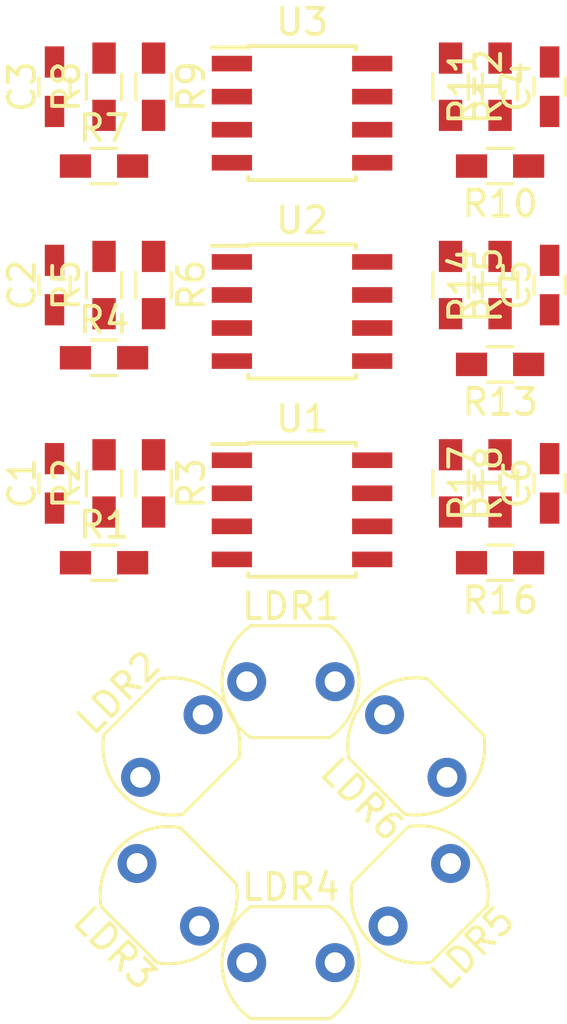
<source format=kicad_pcb>
(kicad_pcb (version 4) (host pcbnew 4.0.7)

  (general
    (links 61)
    (no_connects 61)
    (area 0 0 0 0)
    (thickness 1.6)
    (drawings 0)
    (tracks 0)
    (zones 0)
    (modules 33)
    (nets 24)
  )

  (page A4)
  (layers
    (0 F.Cu signal)
    (31 B.Cu signal)
    (32 B.Adhes user)
    (33 F.Adhes user)
    (34 B.Paste user)
    (35 F.Paste user)
    (36 B.SilkS user)
    (37 F.SilkS user)
    (38 B.Mask user)
    (39 F.Mask user)
    (40 Dwgs.User user)
    (41 Cmts.User user)
    (42 Eco1.User user)
    (43 Eco2.User user)
    (44 Edge.Cuts user)
    (45 Margin user)
    (46 B.CrtYd user)
    (47 F.CrtYd user)
    (48 B.Fab user)
    (49 F.Fab user hide)
  )

  (setup
    (last_trace_width 0.25)
    (trace_clearance 0.2)
    (zone_clearance 0.508)
    (zone_45_only no)
    (trace_min 0.2)
    (segment_width 0.2)
    (edge_width 0.15)
    (via_size 0.6)
    (via_drill 0.4)
    (via_min_size 0.4)
    (via_min_drill 0.3)
    (uvia_size 0.3)
    (uvia_drill 0.1)
    (uvias_allowed no)
    (uvia_min_size 0.2)
    (uvia_min_drill 0.1)
    (pcb_text_width 0.3)
    (pcb_text_size 1.5 1.5)
    (mod_edge_width 0.15)
    (mod_text_size 1 1)
    (mod_text_width 0.15)
    (pad_size 1.524 1.524)
    (pad_drill 0.762)
    (pad_to_mask_clearance 0.2)
    (aux_axis_origin 0 0)
    (visible_elements 7FFCFFFF)
    (pcbplotparams
      (layerselection 0x00030_80000001)
      (usegerberextensions false)
      (excludeedgelayer true)
      (linewidth 0.100000)
      (plotframeref false)
      (viasonmask false)
      (mode 1)
      (useauxorigin false)
      (hpglpennumber 1)
      (hpglpenspeed 20)
      (hpglpendiameter 15)
      (hpglpenoverlay 2)
      (psnegative false)
      (psa4output false)
      (plotreference true)
      (plotvalue true)
      (plotinvisibletext false)
      (padsonsilk false)
      (subtractmaskfromsilk false)
      (outputformat 1)
      (mirror false)
      (drillshape 1)
      (scaleselection 1)
      (outputdirectory ""))
  )

  (net 0 "")
  (net 1 "Net-(C1-Pad1)")
  (net 2 "Net-(C1-Pad2)")
  (net 3 "Net-(C2-Pad1)")
  (net 4 "Net-(C2-Pad2)")
  (net 5 "Net-(C3-Pad1)")
  (net 6 "Net-(C3-Pad2)")
  (net 7 "Net-(C4-Pad1)")
  (net 8 "Net-(C4-Pad2)")
  (net 9 "Net-(C5-Pad1)")
  (net 10 "Net-(C5-Pad2)")
  (net 11 "Net-(C6-Pad1)")
  (net 12 "Net-(C6-Pad2)")
  (net 13 GND)
  (net 14 "Net-(R2-Pad1)")
  (net 15 "Net-(R5-Pad1)")
  (net 16 "Net-(R8-Pad1)")
  (net 17 "Net-(R11-Pad1)")
  (net 18 "Net-(R14-Pad1)")
  (net 19 "Net-(R17-Pad1)")
  (net 20 "Net-(R18-Pad1)")
  (net 21 "Net-(U1-Pad8)")
  (net 22 "Net-(U2-Pad8)")
  (net 23 "Net-(U3-Pad8)")

  (net_class Default "This is the default net class."
    (clearance 0.2)
    (trace_width 0.25)
    (via_dia 0.6)
    (via_drill 0.4)
    (uvia_dia 0.3)
    (uvia_drill 0.1)
    (add_net GND)
    (add_net "Net-(C1-Pad1)")
    (add_net "Net-(C1-Pad2)")
    (add_net "Net-(C2-Pad1)")
    (add_net "Net-(C2-Pad2)")
    (add_net "Net-(C3-Pad1)")
    (add_net "Net-(C3-Pad2)")
    (add_net "Net-(C4-Pad1)")
    (add_net "Net-(C4-Pad2)")
    (add_net "Net-(C5-Pad1)")
    (add_net "Net-(C5-Pad2)")
    (add_net "Net-(C6-Pad1)")
    (add_net "Net-(C6-Pad2)")
    (add_net "Net-(R11-Pad1)")
    (add_net "Net-(R14-Pad1)")
    (add_net "Net-(R17-Pad1)")
    (add_net "Net-(R18-Pad1)")
    (add_net "Net-(R2-Pad1)")
    (add_net "Net-(R5-Pad1)")
    (add_net "Net-(R8-Pad1)")
    (add_net "Net-(U1-Pad8)")
    (add_net "Net-(U2-Pad8)")
    (add_net "Net-(U3-Pad8)")
  )

  (module Capacitors_SMD:C_0603_HandSoldering (layer F.Cu) (tedit 58AA848B) (tstamp 5A7784BC)
    (at 106.045 45.72 90)
    (descr "Capacitor SMD 0603, hand soldering")
    (tags "capacitor 0603")
    (path /5A777DD8/5A777EF9)
    (attr smd)
    (fp_text reference C1 (at 0 -1.25 90) (layer F.SilkS)
      (effects (font (size 1 1) (thickness 0.15)))
    )
    (fp_text value 6n8 (at 0 1.5 90) (layer F.Fab)
      (effects (font (size 1 1) (thickness 0.15)))
    )
    (fp_text user %R (at 0 -1.25 90) (layer F.Fab)
      (effects (font (size 1 1) (thickness 0.15)))
    )
    (fp_line (start -0.8 0.4) (end -0.8 -0.4) (layer F.Fab) (width 0.1))
    (fp_line (start 0.8 0.4) (end -0.8 0.4) (layer F.Fab) (width 0.1))
    (fp_line (start 0.8 -0.4) (end 0.8 0.4) (layer F.Fab) (width 0.1))
    (fp_line (start -0.8 -0.4) (end 0.8 -0.4) (layer F.Fab) (width 0.1))
    (fp_line (start -0.35 -0.6) (end 0.35 -0.6) (layer F.SilkS) (width 0.12))
    (fp_line (start 0.35 0.6) (end -0.35 0.6) (layer F.SilkS) (width 0.12))
    (fp_line (start -1.8 -0.65) (end 1.8 -0.65) (layer F.CrtYd) (width 0.05))
    (fp_line (start -1.8 -0.65) (end -1.8 0.65) (layer F.CrtYd) (width 0.05))
    (fp_line (start 1.8 0.65) (end 1.8 -0.65) (layer F.CrtYd) (width 0.05))
    (fp_line (start 1.8 0.65) (end -1.8 0.65) (layer F.CrtYd) (width 0.05))
    (pad 1 smd rect (at -0.95 0 90) (size 1.2 0.75) (layers F.Cu F.Paste F.Mask)
      (net 1 "Net-(C1-Pad1)"))
    (pad 2 smd rect (at 0.95 0 90) (size 1.2 0.75) (layers F.Cu F.Paste F.Mask)
      (net 2 "Net-(C1-Pad2)"))
    (model Capacitors_SMD.3dshapes/C_0603.wrl
      (at (xyz 0 0 0))
      (scale (xyz 1 1 1))
      (rotate (xyz 0 0 0))
    )
  )

  (module Capacitors_SMD:C_0603_HandSoldering (layer F.Cu) (tedit 58AA848B) (tstamp 5A7784C2)
    (at 106.045 38.1 90)
    (descr "Capacitor SMD 0603, hand soldering")
    (tags "capacitor 0603")
    (path /5A777DD8/5A7789C1)
    (attr smd)
    (fp_text reference C2 (at 0 -1.25 90) (layer F.SilkS)
      (effects (font (size 1 1) (thickness 0.15)))
    )
    (fp_text value 6n8 (at 0 1.5 90) (layer F.Fab)
      (effects (font (size 1 1) (thickness 0.15)))
    )
    (fp_text user %R (at 0 -1.25 90) (layer F.Fab)
      (effects (font (size 1 1) (thickness 0.15)))
    )
    (fp_line (start -0.8 0.4) (end -0.8 -0.4) (layer F.Fab) (width 0.1))
    (fp_line (start 0.8 0.4) (end -0.8 0.4) (layer F.Fab) (width 0.1))
    (fp_line (start 0.8 -0.4) (end 0.8 0.4) (layer F.Fab) (width 0.1))
    (fp_line (start -0.8 -0.4) (end 0.8 -0.4) (layer F.Fab) (width 0.1))
    (fp_line (start -0.35 -0.6) (end 0.35 -0.6) (layer F.SilkS) (width 0.12))
    (fp_line (start 0.35 0.6) (end -0.35 0.6) (layer F.SilkS) (width 0.12))
    (fp_line (start -1.8 -0.65) (end 1.8 -0.65) (layer F.CrtYd) (width 0.05))
    (fp_line (start -1.8 -0.65) (end -1.8 0.65) (layer F.CrtYd) (width 0.05))
    (fp_line (start 1.8 0.65) (end 1.8 -0.65) (layer F.CrtYd) (width 0.05))
    (fp_line (start 1.8 0.65) (end -1.8 0.65) (layer F.CrtYd) (width 0.05))
    (pad 1 smd rect (at -0.95 0 90) (size 1.2 0.75) (layers F.Cu F.Paste F.Mask)
      (net 3 "Net-(C2-Pad1)"))
    (pad 2 smd rect (at 0.95 0 90) (size 1.2 0.75) (layers F.Cu F.Paste F.Mask)
      (net 4 "Net-(C2-Pad2)"))
    (model Capacitors_SMD.3dshapes/C_0603.wrl
      (at (xyz 0 0 0))
      (scale (xyz 1 1 1))
      (rotate (xyz 0 0 0))
    )
  )

  (module Capacitors_SMD:C_0603_HandSoldering (layer F.Cu) (tedit 58AA848B) (tstamp 5A7784C8)
    (at 106.045 30.48 90)
    (descr "Capacitor SMD 0603, hand soldering")
    (tags "capacitor 0603")
    (path /5A777DD8/5A77944B)
    (attr smd)
    (fp_text reference C3 (at 0 -1.25 90) (layer F.SilkS)
      (effects (font (size 1 1) (thickness 0.15)))
    )
    (fp_text value 6n8 (at 0 1.5 90) (layer F.Fab)
      (effects (font (size 1 1) (thickness 0.15)))
    )
    (fp_text user %R (at 0 -1.25 90) (layer F.Fab)
      (effects (font (size 1 1) (thickness 0.15)))
    )
    (fp_line (start -0.8 0.4) (end -0.8 -0.4) (layer F.Fab) (width 0.1))
    (fp_line (start 0.8 0.4) (end -0.8 0.4) (layer F.Fab) (width 0.1))
    (fp_line (start 0.8 -0.4) (end 0.8 0.4) (layer F.Fab) (width 0.1))
    (fp_line (start -0.8 -0.4) (end 0.8 -0.4) (layer F.Fab) (width 0.1))
    (fp_line (start -0.35 -0.6) (end 0.35 -0.6) (layer F.SilkS) (width 0.12))
    (fp_line (start 0.35 0.6) (end -0.35 0.6) (layer F.SilkS) (width 0.12))
    (fp_line (start -1.8 -0.65) (end 1.8 -0.65) (layer F.CrtYd) (width 0.05))
    (fp_line (start -1.8 -0.65) (end -1.8 0.65) (layer F.CrtYd) (width 0.05))
    (fp_line (start 1.8 0.65) (end 1.8 -0.65) (layer F.CrtYd) (width 0.05))
    (fp_line (start 1.8 0.65) (end -1.8 0.65) (layer F.CrtYd) (width 0.05))
    (pad 1 smd rect (at -0.95 0 90) (size 1.2 0.75) (layers F.Cu F.Paste F.Mask)
      (net 5 "Net-(C3-Pad1)"))
    (pad 2 smd rect (at 0.95 0 90) (size 1.2 0.75) (layers F.Cu F.Paste F.Mask)
      (net 6 "Net-(C3-Pad2)"))
    (model Capacitors_SMD.3dshapes/C_0603.wrl
      (at (xyz 0 0 0))
      (scale (xyz 1 1 1))
      (rotate (xyz 0 0 0))
    )
  )

  (module Capacitors_SMD:C_0603_HandSoldering (layer F.Cu) (tedit 58AA848B) (tstamp 5A7784CE)
    (at 125.095 30.48 90)
    (descr "Capacitor SMD 0603, hand soldering")
    (tags "capacitor 0603")
    (path /5A777DD8/5A77948F)
    (attr smd)
    (fp_text reference C4 (at 0 -1.25 90) (layer F.SilkS)
      (effects (font (size 1 1) (thickness 0.15)))
    )
    (fp_text value 6n8 (at 0 1.5 90) (layer F.Fab)
      (effects (font (size 1 1) (thickness 0.15)))
    )
    (fp_text user %R (at 0 -1.25 90) (layer F.Fab)
      (effects (font (size 1 1) (thickness 0.15)))
    )
    (fp_line (start -0.8 0.4) (end -0.8 -0.4) (layer F.Fab) (width 0.1))
    (fp_line (start 0.8 0.4) (end -0.8 0.4) (layer F.Fab) (width 0.1))
    (fp_line (start 0.8 -0.4) (end 0.8 0.4) (layer F.Fab) (width 0.1))
    (fp_line (start -0.8 -0.4) (end 0.8 -0.4) (layer F.Fab) (width 0.1))
    (fp_line (start -0.35 -0.6) (end 0.35 -0.6) (layer F.SilkS) (width 0.12))
    (fp_line (start 0.35 0.6) (end -0.35 0.6) (layer F.SilkS) (width 0.12))
    (fp_line (start -1.8 -0.65) (end 1.8 -0.65) (layer F.CrtYd) (width 0.05))
    (fp_line (start -1.8 -0.65) (end -1.8 0.65) (layer F.CrtYd) (width 0.05))
    (fp_line (start 1.8 0.65) (end 1.8 -0.65) (layer F.CrtYd) (width 0.05))
    (fp_line (start 1.8 0.65) (end -1.8 0.65) (layer F.CrtYd) (width 0.05))
    (pad 1 smd rect (at -0.95 0 90) (size 1.2 0.75) (layers F.Cu F.Paste F.Mask)
      (net 7 "Net-(C4-Pad1)"))
    (pad 2 smd rect (at 0.95 0 90) (size 1.2 0.75) (layers F.Cu F.Paste F.Mask)
      (net 8 "Net-(C4-Pad2)"))
    (model Capacitors_SMD.3dshapes/C_0603.wrl
      (at (xyz 0 0 0))
      (scale (xyz 1 1 1))
      (rotate (xyz 0 0 0))
    )
  )

  (module Capacitors_SMD:C_0603_HandSoldering (layer F.Cu) (tedit 58AA848B) (tstamp 5A7784D4)
    (at 125.095 38.1 90)
    (descr "Capacitor SMD 0603, hand soldering")
    (tags "capacitor 0603")
    (path /5A777DD8/5A77BEE1)
    (attr smd)
    (fp_text reference C5 (at 0 -1.25 90) (layer F.SilkS)
      (effects (font (size 1 1) (thickness 0.15)))
    )
    (fp_text value 6n8 (at 0 1.5 90) (layer F.Fab)
      (effects (font (size 1 1) (thickness 0.15)))
    )
    (fp_text user %R (at 0 -1.25 90) (layer F.Fab)
      (effects (font (size 1 1) (thickness 0.15)))
    )
    (fp_line (start -0.8 0.4) (end -0.8 -0.4) (layer F.Fab) (width 0.1))
    (fp_line (start 0.8 0.4) (end -0.8 0.4) (layer F.Fab) (width 0.1))
    (fp_line (start 0.8 -0.4) (end 0.8 0.4) (layer F.Fab) (width 0.1))
    (fp_line (start -0.8 -0.4) (end 0.8 -0.4) (layer F.Fab) (width 0.1))
    (fp_line (start -0.35 -0.6) (end 0.35 -0.6) (layer F.SilkS) (width 0.12))
    (fp_line (start 0.35 0.6) (end -0.35 0.6) (layer F.SilkS) (width 0.12))
    (fp_line (start -1.8 -0.65) (end 1.8 -0.65) (layer F.CrtYd) (width 0.05))
    (fp_line (start -1.8 -0.65) (end -1.8 0.65) (layer F.CrtYd) (width 0.05))
    (fp_line (start 1.8 0.65) (end 1.8 -0.65) (layer F.CrtYd) (width 0.05))
    (fp_line (start 1.8 0.65) (end -1.8 0.65) (layer F.CrtYd) (width 0.05))
    (pad 1 smd rect (at -0.95 0 90) (size 1.2 0.75) (layers F.Cu F.Paste F.Mask)
      (net 9 "Net-(C5-Pad1)"))
    (pad 2 smd rect (at 0.95 0 90) (size 1.2 0.75) (layers F.Cu F.Paste F.Mask)
      (net 10 "Net-(C5-Pad2)"))
    (model Capacitors_SMD.3dshapes/C_0603.wrl
      (at (xyz 0 0 0))
      (scale (xyz 1 1 1))
      (rotate (xyz 0 0 0))
    )
  )

  (module Capacitors_SMD:C_0603_HandSoldering (layer F.Cu) (tedit 58AA848B) (tstamp 5A7784DA)
    (at 125.095 45.72 90)
    (descr "Capacitor SMD 0603, hand soldering")
    (tags "capacitor 0603")
    (path /5A777DD8/5A77BF25)
    (attr smd)
    (fp_text reference C6 (at 0 -1.25 90) (layer F.SilkS)
      (effects (font (size 1 1) (thickness 0.15)))
    )
    (fp_text value 6n8 (at 0 1.5 90) (layer F.Fab)
      (effects (font (size 1 1) (thickness 0.15)))
    )
    (fp_text user %R (at 0 -1.25 90) (layer F.Fab)
      (effects (font (size 1 1) (thickness 0.15)))
    )
    (fp_line (start -0.8 0.4) (end -0.8 -0.4) (layer F.Fab) (width 0.1))
    (fp_line (start 0.8 0.4) (end -0.8 0.4) (layer F.Fab) (width 0.1))
    (fp_line (start 0.8 -0.4) (end 0.8 0.4) (layer F.Fab) (width 0.1))
    (fp_line (start -0.8 -0.4) (end 0.8 -0.4) (layer F.Fab) (width 0.1))
    (fp_line (start -0.35 -0.6) (end 0.35 -0.6) (layer F.SilkS) (width 0.12))
    (fp_line (start 0.35 0.6) (end -0.35 0.6) (layer F.SilkS) (width 0.12))
    (fp_line (start -1.8 -0.65) (end 1.8 -0.65) (layer F.CrtYd) (width 0.05))
    (fp_line (start -1.8 -0.65) (end -1.8 0.65) (layer F.CrtYd) (width 0.05))
    (fp_line (start 1.8 0.65) (end 1.8 -0.65) (layer F.CrtYd) (width 0.05))
    (fp_line (start 1.8 0.65) (end -1.8 0.65) (layer F.CrtYd) (width 0.05))
    (pad 1 smd rect (at -0.95 0 90) (size 1.2 0.75) (layers F.Cu F.Paste F.Mask)
      (net 11 "Net-(C6-Pad1)"))
    (pad 2 smd rect (at 0.95 0 90) (size 1.2 0.75) (layers F.Cu F.Paste F.Mask)
      (net 12 "Net-(C6-Pad2)"))
    (model Capacitors_SMD.3dshapes/C_0603.wrl
      (at (xyz 0 0 0))
      (scale (xyz 1 1 1))
      (rotate (xyz 0 0 0))
    )
  )

  (module Opto-Devices:Resistor_LDR_5.1x4.3_RM3.4 (layer F.Cu) (tedit 588BCF70) (tstamp 5A7784E0)
    (at 113.44 53.34)
    (descr "Resistor, LDR 5.1x3.4mm")
    (tags "Resistor LDR5.1x3.4mm")
    (path /5A777DD8/5A777F80)
    (fp_text reference LDR1 (at 1.7 -2.9) (layer F.SilkS)
      (effects (font (size 1 1) (thickness 0.15)))
    )
    (fp_text value R_PHOTO (at 1.5 3) (layer F.Fab)
      (effects (font (size 1 1) (thickness 0.15)))
    )
    (fp_line (start 0.15 2.15) (end 3.2 2.15) (layer F.SilkS) (width 0.12))
    (fp_line (start 0.15 -2.15) (end 3.2 -2.15) (layer F.SilkS) (width 0.12))
    (fp_line (start 1 0) (end 2.3 0) (layer F.Fab) (width 0.1))
    (fp_line (start 2.3 0) (end 2.3 -0.6) (layer F.Fab) (width 0.1))
    (fp_line (start 2.3 -0.6) (end 0.8 -0.6) (layer F.Fab) (width 0.1))
    (fp_line (start 2.6 0.6) (end 1 0.6) (layer F.Fab) (width 0.1))
    (fp_line (start 0.8 -1.8) (end 2.6 -1.8) (layer F.Fab) (width 0.1))
    (fp_line (start 2.6 -1.8) (end 2.6 -1.2) (layer F.Fab) (width 0.1))
    (fp_line (start 2.6 -1.2) (end 0.8 -1.2) (layer F.Fab) (width 0.1))
    (fp_line (start 0.8 -1.2) (end 0.8 -0.6) (layer F.Fab) (width 0.1))
    (fp_line (start 1 0) (end 1 0.6) (layer F.Fab) (width 0.1))
    (fp_line (start 2.6 0.6) (end 2.6 1.2) (layer F.Fab) (width 0.1))
    (fp_line (start 2.6 1.2) (end 0.8 1.2) (layer F.Fab) (width 0.1))
    (fp_line (start 0.8 1.2) (end 0.8 1.8) (layer F.Fab) (width 0.1))
    (fp_line (start 0.8 1.8) (end 2.6 1.8) (layer F.Fab) (width 0.1))
    (fp_line (start 3.2 2.1) (end 0.2 2.1) (layer F.Fab) (width 0.1))
    (fp_line (start 0.2 -2.1) (end 3.2 -2.1) (layer F.Fab) (width 0.1))
    (fp_line (start -1.13 -2.35) (end 4.53 -2.35) (layer F.CrtYd) (width 0.05))
    (fp_line (start -1.13 -2.35) (end -1.13 2.35) (layer F.CrtYd) (width 0.05))
    (fp_line (start 4.53 2.35) (end 4.53 -2.35) (layer F.CrtYd) (width 0.05))
    (fp_line (start 4.53 2.35) (end -1.13 2.35) (layer F.CrtYd) (width 0.05))
    (fp_arc (start 1.7 0) (end 0.15 2.15) (angle 109) (layer F.SilkS) (width 0.12))
    (fp_arc (start 1.7 0) (end 3.2 -2.15) (angle 109) (layer F.SilkS) (width 0.12))
    (fp_arc (start 1.7 0) (end 3.2 -2.1) (angle 109) (layer F.Fab) (width 0.1))
    (fp_arc (start 1.7 0) (end 0.2 2.1) (angle 109) (layer F.Fab) (width 0.1))
    (pad 1 thru_hole circle (at 0 0) (size 1.5 1.5) (drill 0.8) (layers *.Cu *.Mask)
      (net 1 "Net-(C1-Pad1)"))
    (pad 2 thru_hole circle (at 3.4 0) (size 1.5 1.5) (drill 0.8) (layers *.Cu *.Mask)
      (net 13 GND))
  )

  (module Opto-Devices:Resistor_LDR_5.1x4.3_RM3.4 (layer F.Cu) (tedit 588BCF70) (tstamp 5A7784E6)
    (at 109.355837 57.014163 45)
    (descr "Resistor, LDR 5.1x3.4mm")
    (tags "Resistor LDR5.1x3.4mm")
    (path /5A777DD8/5A7789C7)
    (fp_text reference LDR2 (at 1.7 -2.9 45) (layer F.SilkS)
      (effects (font (size 1 1) (thickness 0.15)))
    )
    (fp_text value R_PHOTO (at 1.5 3 45) (layer F.Fab)
      (effects (font (size 1 1) (thickness 0.15)))
    )
    (fp_line (start 0.15 2.15) (end 3.2 2.15) (layer F.SilkS) (width 0.12))
    (fp_line (start 0.15 -2.15) (end 3.2 -2.15) (layer F.SilkS) (width 0.12))
    (fp_line (start 1 0) (end 2.3 0) (layer F.Fab) (width 0.1))
    (fp_line (start 2.3 0) (end 2.3 -0.6) (layer F.Fab) (width 0.1))
    (fp_line (start 2.3 -0.6) (end 0.8 -0.6) (layer F.Fab) (width 0.1))
    (fp_line (start 2.6 0.6) (end 1 0.6) (layer F.Fab) (width 0.1))
    (fp_line (start 0.8 -1.8) (end 2.6 -1.8) (layer F.Fab) (width 0.1))
    (fp_line (start 2.6 -1.8) (end 2.6 -1.2) (layer F.Fab) (width 0.1))
    (fp_line (start 2.6 -1.2) (end 0.8 -1.2) (layer F.Fab) (width 0.1))
    (fp_line (start 0.8 -1.2) (end 0.8 -0.6) (layer F.Fab) (width 0.1))
    (fp_line (start 1 0) (end 1 0.6) (layer F.Fab) (width 0.1))
    (fp_line (start 2.6 0.6) (end 2.6 1.2) (layer F.Fab) (width 0.1))
    (fp_line (start 2.6 1.2) (end 0.8 1.2) (layer F.Fab) (width 0.1))
    (fp_line (start 0.8 1.2) (end 0.8 1.8) (layer F.Fab) (width 0.1))
    (fp_line (start 0.8 1.8) (end 2.6 1.8) (layer F.Fab) (width 0.1))
    (fp_line (start 3.2 2.1) (end 0.2 2.1) (layer F.Fab) (width 0.1))
    (fp_line (start 0.2 -2.1) (end 3.2 -2.1) (layer F.Fab) (width 0.1))
    (fp_line (start -1.13 -2.35) (end 4.53 -2.35) (layer F.CrtYd) (width 0.05))
    (fp_line (start -1.13 -2.35) (end -1.13 2.35) (layer F.CrtYd) (width 0.05))
    (fp_line (start 4.53 2.35) (end 4.53 -2.35) (layer F.CrtYd) (width 0.05))
    (fp_line (start 4.53 2.35) (end -1.13 2.35) (layer F.CrtYd) (width 0.05))
    (fp_arc (start 1.7 0) (end 0.15 2.15) (angle 109) (layer F.SilkS) (width 0.12))
    (fp_arc (start 1.7 0) (end 3.2 -2.15) (angle 109) (layer F.SilkS) (width 0.12))
    (fp_arc (start 1.7 0) (end 3.2 -2.1) (angle 109) (layer F.Fab) (width 0.1))
    (fp_arc (start 1.7 0) (end 0.2 2.1) (angle 109) (layer F.Fab) (width 0.1))
    (pad 1 thru_hole circle (at 0 0 45) (size 1.5 1.5) (drill 0.8) (layers *.Cu *.Mask)
      (net 3 "Net-(C2-Pad1)"))
    (pad 2 thru_hole circle (at 3.4 0 45) (size 1.5 1.5) (drill 0.8) (layers *.Cu *.Mask)
      (net 13 GND))
  )

  (module Opto-Devices:Resistor_LDR_5.1x4.3_RM3.4 (layer F.Cu) (tedit 588BCF70) (tstamp 5A7784EC)
    (at 111.624163 62.729163 135)
    (descr "Resistor, LDR 5.1x3.4mm")
    (tags "Resistor LDR5.1x3.4mm")
    (path /5A777DD8/5A779451)
    (fp_text reference LDR3 (at 1.7 -2.9 135) (layer F.SilkS)
      (effects (font (size 1 1) (thickness 0.15)))
    )
    (fp_text value R_PHOTO (at 1.5 3 135) (layer F.Fab)
      (effects (font (size 1 1) (thickness 0.15)))
    )
    (fp_line (start 0.15 2.15) (end 3.2 2.15) (layer F.SilkS) (width 0.12))
    (fp_line (start 0.15 -2.15) (end 3.2 -2.15) (layer F.SilkS) (width 0.12))
    (fp_line (start 1 0) (end 2.3 0) (layer F.Fab) (width 0.1))
    (fp_line (start 2.3 0) (end 2.3 -0.6) (layer F.Fab) (width 0.1))
    (fp_line (start 2.3 -0.6) (end 0.8 -0.6) (layer F.Fab) (width 0.1))
    (fp_line (start 2.6 0.6) (end 1 0.6) (layer F.Fab) (width 0.1))
    (fp_line (start 0.8 -1.8) (end 2.6 -1.8) (layer F.Fab) (width 0.1))
    (fp_line (start 2.6 -1.8) (end 2.6 -1.2) (layer F.Fab) (width 0.1))
    (fp_line (start 2.6 -1.2) (end 0.8 -1.2) (layer F.Fab) (width 0.1))
    (fp_line (start 0.8 -1.2) (end 0.8 -0.6) (layer F.Fab) (width 0.1))
    (fp_line (start 1 0) (end 1 0.6) (layer F.Fab) (width 0.1))
    (fp_line (start 2.6 0.6) (end 2.6 1.2) (layer F.Fab) (width 0.1))
    (fp_line (start 2.6 1.2) (end 0.8 1.2) (layer F.Fab) (width 0.1))
    (fp_line (start 0.8 1.2) (end 0.8 1.8) (layer F.Fab) (width 0.1))
    (fp_line (start 0.8 1.8) (end 2.6 1.8) (layer F.Fab) (width 0.1))
    (fp_line (start 3.2 2.1) (end 0.2 2.1) (layer F.Fab) (width 0.1))
    (fp_line (start 0.2 -2.1) (end 3.2 -2.1) (layer F.Fab) (width 0.1))
    (fp_line (start -1.13 -2.35) (end 4.53 -2.35) (layer F.CrtYd) (width 0.05))
    (fp_line (start -1.13 -2.35) (end -1.13 2.35) (layer F.CrtYd) (width 0.05))
    (fp_line (start 4.53 2.35) (end 4.53 -2.35) (layer F.CrtYd) (width 0.05))
    (fp_line (start 4.53 2.35) (end -1.13 2.35) (layer F.CrtYd) (width 0.05))
    (fp_arc (start 1.7 0) (end 0.15 2.15) (angle 109) (layer F.SilkS) (width 0.12))
    (fp_arc (start 1.7 0) (end 3.2 -2.15) (angle 109) (layer F.SilkS) (width 0.12))
    (fp_arc (start 1.7 0) (end 3.2 -2.1) (angle 109) (layer F.Fab) (width 0.1))
    (fp_arc (start 1.7 0) (end 0.2 2.1) (angle 109) (layer F.Fab) (width 0.1))
    (pad 1 thru_hole circle (at 0 0 135) (size 1.5 1.5) (drill 0.8) (layers *.Cu *.Mask)
      (net 5 "Net-(C3-Pad1)"))
    (pad 2 thru_hole circle (at 3.4 0 135) (size 1.5 1.5) (drill 0.8) (layers *.Cu *.Mask)
      (net 13 GND))
  )

  (module Opto-Devices:Resistor_LDR_5.1x4.3_RM3.4 (layer F.Cu) (tedit 588BCF70) (tstamp 5A7784F2)
    (at 113.44 64.135)
    (descr "Resistor, LDR 5.1x3.4mm")
    (tags "Resistor LDR5.1x3.4mm")
    (path /5A777DD8/5A779495)
    (fp_text reference LDR4 (at 1.7 -2.9) (layer F.SilkS)
      (effects (font (size 1 1) (thickness 0.15)))
    )
    (fp_text value R_PHOTO (at 1.5 3) (layer F.Fab)
      (effects (font (size 1 1) (thickness 0.15)))
    )
    (fp_line (start 0.15 2.15) (end 3.2 2.15) (layer F.SilkS) (width 0.12))
    (fp_line (start 0.15 -2.15) (end 3.2 -2.15) (layer F.SilkS) (width 0.12))
    (fp_line (start 1 0) (end 2.3 0) (layer F.Fab) (width 0.1))
    (fp_line (start 2.3 0) (end 2.3 -0.6) (layer F.Fab) (width 0.1))
    (fp_line (start 2.3 -0.6) (end 0.8 -0.6) (layer F.Fab) (width 0.1))
    (fp_line (start 2.6 0.6) (end 1 0.6) (layer F.Fab) (width 0.1))
    (fp_line (start 0.8 -1.8) (end 2.6 -1.8) (layer F.Fab) (width 0.1))
    (fp_line (start 2.6 -1.8) (end 2.6 -1.2) (layer F.Fab) (width 0.1))
    (fp_line (start 2.6 -1.2) (end 0.8 -1.2) (layer F.Fab) (width 0.1))
    (fp_line (start 0.8 -1.2) (end 0.8 -0.6) (layer F.Fab) (width 0.1))
    (fp_line (start 1 0) (end 1 0.6) (layer F.Fab) (width 0.1))
    (fp_line (start 2.6 0.6) (end 2.6 1.2) (layer F.Fab) (width 0.1))
    (fp_line (start 2.6 1.2) (end 0.8 1.2) (layer F.Fab) (width 0.1))
    (fp_line (start 0.8 1.2) (end 0.8 1.8) (layer F.Fab) (width 0.1))
    (fp_line (start 0.8 1.8) (end 2.6 1.8) (layer F.Fab) (width 0.1))
    (fp_line (start 3.2 2.1) (end 0.2 2.1) (layer F.Fab) (width 0.1))
    (fp_line (start 0.2 -2.1) (end 3.2 -2.1) (layer F.Fab) (width 0.1))
    (fp_line (start -1.13 -2.35) (end 4.53 -2.35) (layer F.CrtYd) (width 0.05))
    (fp_line (start -1.13 -2.35) (end -1.13 2.35) (layer F.CrtYd) (width 0.05))
    (fp_line (start 4.53 2.35) (end 4.53 -2.35) (layer F.CrtYd) (width 0.05))
    (fp_line (start 4.53 2.35) (end -1.13 2.35) (layer F.CrtYd) (width 0.05))
    (fp_arc (start 1.7 0) (end 0.15 2.15) (angle 109) (layer F.SilkS) (width 0.12))
    (fp_arc (start 1.7 0) (end 3.2 -2.15) (angle 109) (layer F.SilkS) (width 0.12))
    (fp_arc (start 1.7 0) (end 3.2 -2.1) (angle 109) (layer F.Fab) (width 0.1))
    (fp_arc (start 1.7 0) (end 0.2 2.1) (angle 109) (layer F.Fab) (width 0.1))
    (pad 1 thru_hole circle (at 0 0) (size 1.5 1.5) (drill 0.8) (layers *.Cu *.Mask)
      (net 7 "Net-(C4-Pad1)"))
    (pad 2 thru_hole circle (at 3.4 0) (size 1.5 1.5) (drill 0.8) (layers *.Cu *.Mask)
      (net 13 GND))
  )

  (module Opto-Devices:Resistor_LDR_5.1x4.3_RM3.4 (layer F.Cu) (tedit 588BCF70) (tstamp 5A7784F8)
    (at 121.285 60.325 225)
    (descr "Resistor, LDR 5.1x3.4mm")
    (tags "Resistor LDR5.1x3.4mm")
    (path /5A777DD8/5A77BEE7)
    (fp_text reference LDR5 (at 1.7 -2.9 225) (layer F.SilkS)
      (effects (font (size 1 1) (thickness 0.15)))
    )
    (fp_text value R_PHOTO (at 1.5 3 225) (layer F.Fab)
      (effects (font (size 1 1) (thickness 0.15)))
    )
    (fp_line (start 0.15 2.15) (end 3.2 2.15) (layer F.SilkS) (width 0.12))
    (fp_line (start 0.15 -2.15) (end 3.2 -2.15) (layer F.SilkS) (width 0.12))
    (fp_line (start 1 0) (end 2.3 0) (layer F.Fab) (width 0.1))
    (fp_line (start 2.3 0) (end 2.3 -0.6) (layer F.Fab) (width 0.1))
    (fp_line (start 2.3 -0.6) (end 0.8 -0.6) (layer F.Fab) (width 0.1))
    (fp_line (start 2.6 0.6) (end 1 0.6) (layer F.Fab) (width 0.1))
    (fp_line (start 0.8 -1.8) (end 2.6 -1.8) (layer F.Fab) (width 0.1))
    (fp_line (start 2.6 -1.8) (end 2.6 -1.2) (layer F.Fab) (width 0.1))
    (fp_line (start 2.6 -1.2) (end 0.8 -1.2) (layer F.Fab) (width 0.1))
    (fp_line (start 0.8 -1.2) (end 0.8 -0.6) (layer F.Fab) (width 0.1))
    (fp_line (start 1 0) (end 1 0.6) (layer F.Fab) (width 0.1))
    (fp_line (start 2.6 0.6) (end 2.6 1.2) (layer F.Fab) (width 0.1))
    (fp_line (start 2.6 1.2) (end 0.8 1.2) (layer F.Fab) (width 0.1))
    (fp_line (start 0.8 1.2) (end 0.8 1.8) (layer F.Fab) (width 0.1))
    (fp_line (start 0.8 1.8) (end 2.6 1.8) (layer F.Fab) (width 0.1))
    (fp_line (start 3.2 2.1) (end 0.2 2.1) (layer F.Fab) (width 0.1))
    (fp_line (start 0.2 -2.1) (end 3.2 -2.1) (layer F.Fab) (width 0.1))
    (fp_line (start -1.13 -2.35) (end 4.53 -2.35) (layer F.CrtYd) (width 0.05))
    (fp_line (start -1.13 -2.35) (end -1.13 2.35) (layer F.CrtYd) (width 0.05))
    (fp_line (start 4.53 2.35) (end 4.53 -2.35) (layer F.CrtYd) (width 0.05))
    (fp_line (start 4.53 2.35) (end -1.13 2.35) (layer F.CrtYd) (width 0.05))
    (fp_arc (start 1.7 0) (end 0.15 2.15) (angle 109) (layer F.SilkS) (width 0.12))
    (fp_arc (start 1.7 0) (end 3.2 -2.15) (angle 109) (layer F.SilkS) (width 0.12))
    (fp_arc (start 1.7 0) (end 3.2 -2.1) (angle 109) (layer F.Fab) (width 0.1))
    (fp_arc (start 1.7 0) (end 0.2 2.1) (angle 109) (layer F.Fab) (width 0.1))
    (pad 1 thru_hole circle (at 0 0 225) (size 1.5 1.5) (drill 0.8) (layers *.Cu *.Mask)
      (net 9 "Net-(C5-Pad1)"))
    (pad 2 thru_hole circle (at 3.4 0 225) (size 1.5 1.5) (drill 0.8) (layers *.Cu *.Mask)
      (net 13 GND))
  )

  (module Opto-Devices:Resistor_LDR_5.1x4.3_RM3.4 (layer F.Cu) (tedit 588BCF70) (tstamp 5A7784FE)
    (at 121.149163 57.014163 135)
    (descr "Resistor, LDR 5.1x3.4mm")
    (tags "Resistor LDR5.1x3.4mm")
    (path /5A777DD8/5A77BF2B)
    (fp_text reference LDR6 (at 1.7 -2.9 135) (layer F.SilkS)
      (effects (font (size 1 1) (thickness 0.15)))
    )
    (fp_text value R_PHOTO (at 1.5 3 135) (layer F.Fab)
      (effects (font (size 1 1) (thickness 0.15)))
    )
    (fp_line (start 0.15 2.15) (end 3.2 2.15) (layer F.SilkS) (width 0.12))
    (fp_line (start 0.15 -2.15) (end 3.2 -2.15) (layer F.SilkS) (width 0.12))
    (fp_line (start 1 0) (end 2.3 0) (layer F.Fab) (width 0.1))
    (fp_line (start 2.3 0) (end 2.3 -0.6) (layer F.Fab) (width 0.1))
    (fp_line (start 2.3 -0.6) (end 0.8 -0.6) (layer F.Fab) (width 0.1))
    (fp_line (start 2.6 0.6) (end 1 0.6) (layer F.Fab) (width 0.1))
    (fp_line (start 0.8 -1.8) (end 2.6 -1.8) (layer F.Fab) (width 0.1))
    (fp_line (start 2.6 -1.8) (end 2.6 -1.2) (layer F.Fab) (width 0.1))
    (fp_line (start 2.6 -1.2) (end 0.8 -1.2) (layer F.Fab) (width 0.1))
    (fp_line (start 0.8 -1.2) (end 0.8 -0.6) (layer F.Fab) (width 0.1))
    (fp_line (start 1 0) (end 1 0.6) (layer F.Fab) (width 0.1))
    (fp_line (start 2.6 0.6) (end 2.6 1.2) (layer F.Fab) (width 0.1))
    (fp_line (start 2.6 1.2) (end 0.8 1.2) (layer F.Fab) (width 0.1))
    (fp_line (start 0.8 1.2) (end 0.8 1.8) (layer F.Fab) (width 0.1))
    (fp_line (start 0.8 1.8) (end 2.6 1.8) (layer F.Fab) (width 0.1))
    (fp_line (start 3.2 2.1) (end 0.2 2.1) (layer F.Fab) (width 0.1))
    (fp_line (start 0.2 -2.1) (end 3.2 -2.1) (layer F.Fab) (width 0.1))
    (fp_line (start -1.13 -2.35) (end 4.53 -2.35) (layer F.CrtYd) (width 0.05))
    (fp_line (start -1.13 -2.35) (end -1.13 2.35) (layer F.CrtYd) (width 0.05))
    (fp_line (start 4.53 2.35) (end 4.53 -2.35) (layer F.CrtYd) (width 0.05))
    (fp_line (start 4.53 2.35) (end -1.13 2.35) (layer F.CrtYd) (width 0.05))
    (fp_arc (start 1.7 0) (end 0.15 2.15) (angle 109) (layer F.SilkS) (width 0.12))
    (fp_arc (start 1.7 0) (end 3.2 -2.15) (angle 109) (layer F.SilkS) (width 0.12))
    (fp_arc (start 1.7 0) (end 3.2 -2.1) (angle 109) (layer F.Fab) (width 0.1))
    (fp_arc (start 1.7 0) (end 0.2 2.1) (angle 109) (layer F.Fab) (width 0.1))
    (pad 1 thru_hole circle (at 0 0 135) (size 1.5 1.5) (drill 0.8) (layers *.Cu *.Mask)
      (net 11 "Net-(C6-Pad1)"))
    (pad 2 thru_hole circle (at 3.4 0 135) (size 1.5 1.5) (drill 0.8) (layers *.Cu *.Mask)
      (net 13 GND))
  )

  (module Resistors_SMD:R_0603_HandSoldering (layer F.Cu) (tedit 58E0A804) (tstamp 5A778504)
    (at 107.95 48.768)
    (descr "Resistor SMD 0603, hand soldering")
    (tags "resistor 0603")
    (path /5A777DD8/5A777FD5)
    (attr smd)
    (fp_text reference R1 (at 0 -1.45) (layer F.SilkS)
      (effects (font (size 1 1) (thickness 0.15)))
    )
    (fp_text value 220k (at 0 1.55) (layer F.Fab)
      (effects (font (size 1 1) (thickness 0.15)))
    )
    (fp_text user %R (at 0 0) (layer F.Fab)
      (effects (font (size 0.4 0.4) (thickness 0.075)))
    )
    (fp_line (start -0.8 0.4) (end -0.8 -0.4) (layer F.Fab) (width 0.1))
    (fp_line (start 0.8 0.4) (end -0.8 0.4) (layer F.Fab) (width 0.1))
    (fp_line (start 0.8 -0.4) (end 0.8 0.4) (layer F.Fab) (width 0.1))
    (fp_line (start -0.8 -0.4) (end 0.8 -0.4) (layer F.Fab) (width 0.1))
    (fp_line (start 0.5 0.68) (end -0.5 0.68) (layer F.SilkS) (width 0.12))
    (fp_line (start -0.5 -0.68) (end 0.5 -0.68) (layer F.SilkS) (width 0.12))
    (fp_line (start -1.96 -0.7) (end 1.95 -0.7) (layer F.CrtYd) (width 0.05))
    (fp_line (start -1.96 -0.7) (end -1.96 0.7) (layer F.CrtYd) (width 0.05))
    (fp_line (start 1.95 0.7) (end 1.95 -0.7) (layer F.CrtYd) (width 0.05))
    (fp_line (start 1.95 0.7) (end -1.96 0.7) (layer F.CrtYd) (width 0.05))
    (pad 1 smd rect (at -1.1 0) (size 1.2 0.9) (layers F.Cu F.Paste F.Mask)
      (net 1 "Net-(C1-Pad1)"))
    (pad 2 smd rect (at 1.1 0) (size 1.2 0.9) (layers F.Cu F.Paste F.Mask)
      (net 13 GND))
    (model ${KISYS3DMOD}/Resistors_SMD.3dshapes/R_0603.wrl
      (at (xyz 0 0 0))
      (scale (xyz 1 1 1))
      (rotate (xyz 0 0 0))
    )
  )

  (module Resistors_SMD:R_0603_HandSoldering (layer F.Cu) (tedit 58E0A804) (tstamp 5A77850A)
    (at 107.95 45.72 90)
    (descr "Resistor SMD 0603, hand soldering")
    (tags "resistor 0603")
    (path /5A777DD8/5A778417)
    (attr smd)
    (fp_text reference R2 (at 0 -1.45 90) (layer F.SilkS)
      (effects (font (size 1 1) (thickness 0.15)))
    )
    (fp_text value 4k7 (at 0 1.55 90) (layer F.Fab)
      (effects (font (size 1 1) (thickness 0.15)))
    )
    (fp_text user %R (at 0 0 90) (layer F.Fab)
      (effects (font (size 0.4 0.4) (thickness 0.075)))
    )
    (fp_line (start -0.8 0.4) (end -0.8 -0.4) (layer F.Fab) (width 0.1))
    (fp_line (start 0.8 0.4) (end -0.8 0.4) (layer F.Fab) (width 0.1))
    (fp_line (start 0.8 -0.4) (end 0.8 0.4) (layer F.Fab) (width 0.1))
    (fp_line (start -0.8 -0.4) (end 0.8 -0.4) (layer F.Fab) (width 0.1))
    (fp_line (start 0.5 0.68) (end -0.5 0.68) (layer F.SilkS) (width 0.12))
    (fp_line (start -0.5 -0.68) (end 0.5 -0.68) (layer F.SilkS) (width 0.12))
    (fp_line (start -1.96 -0.7) (end 1.95 -0.7) (layer F.CrtYd) (width 0.05))
    (fp_line (start -1.96 -0.7) (end -1.96 0.7) (layer F.CrtYd) (width 0.05))
    (fp_line (start 1.95 0.7) (end 1.95 -0.7) (layer F.CrtYd) (width 0.05))
    (fp_line (start 1.95 0.7) (end -1.96 0.7) (layer F.CrtYd) (width 0.05))
    (pad 1 smd rect (at -1.1 0 90) (size 1.2 0.9) (layers F.Cu F.Paste F.Mask)
      (net 14 "Net-(R2-Pad1)"))
    (pad 2 smd rect (at 1.1 0 90) (size 1.2 0.9) (layers F.Cu F.Paste F.Mask)
      (net 2 "Net-(C1-Pad2)"))
    (model ${KISYS3DMOD}/Resistors_SMD.3dshapes/R_0603.wrl
      (at (xyz 0 0 0))
      (scale (xyz 1 1 1))
      (rotate (xyz 0 0 0))
    )
  )

  (module Resistors_SMD:R_0603_HandSoldering (layer F.Cu) (tedit 58E0A804) (tstamp 5A778510)
    (at 109.855 45.72 270)
    (descr "Resistor SMD 0603, hand soldering")
    (tags "resistor 0603")
    (path /5A777DD8/5A7783A5)
    (attr smd)
    (fp_text reference R3 (at 0 -1.45 270) (layer F.SilkS)
      (effects (font (size 1 1) (thickness 0.15)))
    )
    (fp_text value 4k7 (at 0 1.55 270) (layer F.Fab)
      (effects (font (size 1 1) (thickness 0.15)))
    )
    (fp_text user %R (at 0 0 270) (layer F.Fab)
      (effects (font (size 0.4 0.4) (thickness 0.075)))
    )
    (fp_line (start -0.8 0.4) (end -0.8 -0.4) (layer F.Fab) (width 0.1))
    (fp_line (start 0.8 0.4) (end -0.8 0.4) (layer F.Fab) (width 0.1))
    (fp_line (start 0.8 -0.4) (end 0.8 0.4) (layer F.Fab) (width 0.1))
    (fp_line (start -0.8 -0.4) (end 0.8 -0.4) (layer F.Fab) (width 0.1))
    (fp_line (start 0.5 0.68) (end -0.5 0.68) (layer F.SilkS) (width 0.12))
    (fp_line (start -0.5 -0.68) (end 0.5 -0.68) (layer F.SilkS) (width 0.12))
    (fp_line (start -1.96 -0.7) (end 1.95 -0.7) (layer F.CrtYd) (width 0.05))
    (fp_line (start -1.96 -0.7) (end -1.96 0.7) (layer F.CrtYd) (width 0.05))
    (fp_line (start 1.95 0.7) (end 1.95 -0.7) (layer F.CrtYd) (width 0.05))
    (fp_line (start 1.95 0.7) (end -1.96 0.7) (layer F.CrtYd) (width 0.05))
    (pad 1 smd rect (at -1.1 0 270) (size 1.2 0.9) (layers F.Cu F.Paste F.Mask)
      (net 4 "Net-(C2-Pad2)"))
    (pad 2 smd rect (at 1.1 0 270) (size 1.2 0.9) (layers F.Cu F.Paste F.Mask)
      (net 14 "Net-(R2-Pad1)"))
    (model ${KISYS3DMOD}/Resistors_SMD.3dshapes/R_0603.wrl
      (at (xyz 0 0 0))
      (scale (xyz 1 1 1))
      (rotate (xyz 0 0 0))
    )
  )

  (module Resistors_SMD:R_0603_HandSoldering (layer F.Cu) (tedit 58E0A804) (tstamp 5A778516)
    (at 107.95 40.894)
    (descr "Resistor SMD 0603, hand soldering")
    (tags "resistor 0603")
    (path /5A777DD8/5A7789CD)
    (attr smd)
    (fp_text reference R4 (at 0 -1.45) (layer F.SilkS)
      (effects (font (size 1 1) (thickness 0.15)))
    )
    (fp_text value 220k (at 0 1.55) (layer F.Fab)
      (effects (font (size 1 1) (thickness 0.15)))
    )
    (fp_text user %R (at 0 0) (layer F.Fab)
      (effects (font (size 0.4 0.4) (thickness 0.075)))
    )
    (fp_line (start -0.8 0.4) (end -0.8 -0.4) (layer F.Fab) (width 0.1))
    (fp_line (start 0.8 0.4) (end -0.8 0.4) (layer F.Fab) (width 0.1))
    (fp_line (start 0.8 -0.4) (end 0.8 0.4) (layer F.Fab) (width 0.1))
    (fp_line (start -0.8 -0.4) (end 0.8 -0.4) (layer F.Fab) (width 0.1))
    (fp_line (start 0.5 0.68) (end -0.5 0.68) (layer F.SilkS) (width 0.12))
    (fp_line (start -0.5 -0.68) (end 0.5 -0.68) (layer F.SilkS) (width 0.12))
    (fp_line (start -1.96 -0.7) (end 1.95 -0.7) (layer F.CrtYd) (width 0.05))
    (fp_line (start -1.96 -0.7) (end -1.96 0.7) (layer F.CrtYd) (width 0.05))
    (fp_line (start 1.95 0.7) (end 1.95 -0.7) (layer F.CrtYd) (width 0.05))
    (fp_line (start 1.95 0.7) (end -1.96 0.7) (layer F.CrtYd) (width 0.05))
    (pad 1 smd rect (at -1.1 0) (size 1.2 0.9) (layers F.Cu F.Paste F.Mask)
      (net 3 "Net-(C2-Pad1)"))
    (pad 2 smd rect (at 1.1 0) (size 1.2 0.9) (layers F.Cu F.Paste F.Mask)
      (net 13 GND))
    (model ${KISYS3DMOD}/Resistors_SMD.3dshapes/R_0603.wrl
      (at (xyz 0 0 0))
      (scale (xyz 1 1 1))
      (rotate (xyz 0 0 0))
    )
  )

  (module Resistors_SMD:R_0603_HandSoldering (layer F.Cu) (tedit 58E0A804) (tstamp 5A77851C)
    (at 107.95 38.1 90)
    (descr "Resistor SMD 0603, hand soldering")
    (tags "resistor 0603")
    (path /5A777DD8/5A7789DF)
    (attr smd)
    (fp_text reference R5 (at 0 -1.45 90) (layer F.SilkS)
      (effects (font (size 1 1) (thickness 0.15)))
    )
    (fp_text value 4k7 (at 0 1.55 90) (layer F.Fab)
      (effects (font (size 1 1) (thickness 0.15)))
    )
    (fp_text user %R (at 0 0 90) (layer F.Fab)
      (effects (font (size 0.4 0.4) (thickness 0.075)))
    )
    (fp_line (start -0.8 0.4) (end -0.8 -0.4) (layer F.Fab) (width 0.1))
    (fp_line (start 0.8 0.4) (end -0.8 0.4) (layer F.Fab) (width 0.1))
    (fp_line (start 0.8 -0.4) (end 0.8 0.4) (layer F.Fab) (width 0.1))
    (fp_line (start -0.8 -0.4) (end 0.8 -0.4) (layer F.Fab) (width 0.1))
    (fp_line (start 0.5 0.68) (end -0.5 0.68) (layer F.SilkS) (width 0.12))
    (fp_line (start -0.5 -0.68) (end 0.5 -0.68) (layer F.SilkS) (width 0.12))
    (fp_line (start -1.96 -0.7) (end 1.95 -0.7) (layer F.CrtYd) (width 0.05))
    (fp_line (start -1.96 -0.7) (end -1.96 0.7) (layer F.CrtYd) (width 0.05))
    (fp_line (start 1.95 0.7) (end 1.95 -0.7) (layer F.CrtYd) (width 0.05))
    (fp_line (start 1.95 0.7) (end -1.96 0.7) (layer F.CrtYd) (width 0.05))
    (pad 1 smd rect (at -1.1 0 90) (size 1.2 0.9) (layers F.Cu F.Paste F.Mask)
      (net 15 "Net-(R5-Pad1)"))
    (pad 2 smd rect (at 1.1 0 90) (size 1.2 0.9) (layers F.Cu F.Paste F.Mask)
      (net 4 "Net-(C2-Pad2)"))
    (model ${KISYS3DMOD}/Resistors_SMD.3dshapes/R_0603.wrl
      (at (xyz 0 0 0))
      (scale (xyz 1 1 1))
      (rotate (xyz 0 0 0))
    )
  )

  (module Resistors_SMD:R_0603_HandSoldering (layer F.Cu) (tedit 58E0A804) (tstamp 5A778522)
    (at 109.855 38.1 270)
    (descr "Resistor SMD 0603, hand soldering")
    (tags "resistor 0603")
    (path /5A777DD8/5A7789D9)
    (attr smd)
    (fp_text reference R6 (at 0 -1.45 270) (layer F.SilkS)
      (effects (font (size 1 1) (thickness 0.15)))
    )
    (fp_text value 4k7 (at 0 1.55 270) (layer F.Fab)
      (effects (font (size 1 1) (thickness 0.15)))
    )
    (fp_text user %R (at 0 0 270) (layer F.Fab)
      (effects (font (size 0.4 0.4) (thickness 0.075)))
    )
    (fp_line (start -0.8 0.4) (end -0.8 -0.4) (layer F.Fab) (width 0.1))
    (fp_line (start 0.8 0.4) (end -0.8 0.4) (layer F.Fab) (width 0.1))
    (fp_line (start 0.8 -0.4) (end 0.8 0.4) (layer F.Fab) (width 0.1))
    (fp_line (start -0.8 -0.4) (end 0.8 -0.4) (layer F.Fab) (width 0.1))
    (fp_line (start 0.5 0.68) (end -0.5 0.68) (layer F.SilkS) (width 0.12))
    (fp_line (start -0.5 -0.68) (end 0.5 -0.68) (layer F.SilkS) (width 0.12))
    (fp_line (start -1.96 -0.7) (end 1.95 -0.7) (layer F.CrtYd) (width 0.05))
    (fp_line (start -1.96 -0.7) (end -1.96 0.7) (layer F.CrtYd) (width 0.05))
    (fp_line (start 1.95 0.7) (end 1.95 -0.7) (layer F.CrtYd) (width 0.05))
    (fp_line (start 1.95 0.7) (end -1.96 0.7) (layer F.CrtYd) (width 0.05))
    (pad 1 smd rect (at -1.1 0 270) (size 1.2 0.9) (layers F.Cu F.Paste F.Mask)
      (net 6 "Net-(C3-Pad2)"))
    (pad 2 smd rect (at 1.1 0 270) (size 1.2 0.9) (layers F.Cu F.Paste F.Mask)
      (net 15 "Net-(R5-Pad1)"))
    (model ${KISYS3DMOD}/Resistors_SMD.3dshapes/R_0603.wrl
      (at (xyz 0 0 0))
      (scale (xyz 1 1 1))
      (rotate (xyz 0 0 0))
    )
  )

  (module Resistors_SMD:R_0603_HandSoldering (layer F.Cu) (tedit 58E0A804) (tstamp 5A778528)
    (at 107.95 33.528)
    (descr "Resistor SMD 0603, hand soldering")
    (tags "resistor 0603")
    (path /5A777DD8/5A779457)
    (attr smd)
    (fp_text reference R7 (at 0 -1.45) (layer F.SilkS)
      (effects (font (size 1 1) (thickness 0.15)))
    )
    (fp_text value 220k (at 0 1.55) (layer F.Fab)
      (effects (font (size 1 1) (thickness 0.15)))
    )
    (fp_text user %R (at 0 0) (layer F.Fab)
      (effects (font (size 0.4 0.4) (thickness 0.075)))
    )
    (fp_line (start -0.8 0.4) (end -0.8 -0.4) (layer F.Fab) (width 0.1))
    (fp_line (start 0.8 0.4) (end -0.8 0.4) (layer F.Fab) (width 0.1))
    (fp_line (start 0.8 -0.4) (end 0.8 0.4) (layer F.Fab) (width 0.1))
    (fp_line (start -0.8 -0.4) (end 0.8 -0.4) (layer F.Fab) (width 0.1))
    (fp_line (start 0.5 0.68) (end -0.5 0.68) (layer F.SilkS) (width 0.12))
    (fp_line (start -0.5 -0.68) (end 0.5 -0.68) (layer F.SilkS) (width 0.12))
    (fp_line (start -1.96 -0.7) (end 1.95 -0.7) (layer F.CrtYd) (width 0.05))
    (fp_line (start -1.96 -0.7) (end -1.96 0.7) (layer F.CrtYd) (width 0.05))
    (fp_line (start 1.95 0.7) (end 1.95 -0.7) (layer F.CrtYd) (width 0.05))
    (fp_line (start 1.95 0.7) (end -1.96 0.7) (layer F.CrtYd) (width 0.05))
    (pad 1 smd rect (at -1.1 0) (size 1.2 0.9) (layers F.Cu F.Paste F.Mask)
      (net 5 "Net-(C3-Pad1)"))
    (pad 2 smd rect (at 1.1 0) (size 1.2 0.9) (layers F.Cu F.Paste F.Mask)
      (net 13 GND))
    (model ${KISYS3DMOD}/Resistors_SMD.3dshapes/R_0603.wrl
      (at (xyz 0 0 0))
      (scale (xyz 1 1 1))
      (rotate (xyz 0 0 0))
    )
  )

  (module Resistors_SMD:R_0603_HandSoldering (layer F.Cu) (tedit 58E0A804) (tstamp 5A77852E)
    (at 107.95 30.48 90)
    (descr "Resistor SMD 0603, hand soldering")
    (tags "resistor 0603")
    (path /5A777DD8/5A779469)
    (attr smd)
    (fp_text reference R8 (at 0 -1.45 90) (layer F.SilkS)
      (effects (font (size 1 1) (thickness 0.15)))
    )
    (fp_text value 4k7 (at 0 1.55 90) (layer F.Fab)
      (effects (font (size 1 1) (thickness 0.15)))
    )
    (fp_text user %R (at 0 0 90) (layer F.Fab)
      (effects (font (size 0.4 0.4) (thickness 0.075)))
    )
    (fp_line (start -0.8 0.4) (end -0.8 -0.4) (layer F.Fab) (width 0.1))
    (fp_line (start 0.8 0.4) (end -0.8 0.4) (layer F.Fab) (width 0.1))
    (fp_line (start 0.8 -0.4) (end 0.8 0.4) (layer F.Fab) (width 0.1))
    (fp_line (start -0.8 -0.4) (end 0.8 -0.4) (layer F.Fab) (width 0.1))
    (fp_line (start 0.5 0.68) (end -0.5 0.68) (layer F.SilkS) (width 0.12))
    (fp_line (start -0.5 -0.68) (end 0.5 -0.68) (layer F.SilkS) (width 0.12))
    (fp_line (start -1.96 -0.7) (end 1.95 -0.7) (layer F.CrtYd) (width 0.05))
    (fp_line (start -1.96 -0.7) (end -1.96 0.7) (layer F.CrtYd) (width 0.05))
    (fp_line (start 1.95 0.7) (end 1.95 -0.7) (layer F.CrtYd) (width 0.05))
    (fp_line (start 1.95 0.7) (end -1.96 0.7) (layer F.CrtYd) (width 0.05))
    (pad 1 smd rect (at -1.1 0 90) (size 1.2 0.9) (layers F.Cu F.Paste F.Mask)
      (net 16 "Net-(R8-Pad1)"))
    (pad 2 smd rect (at 1.1 0 90) (size 1.2 0.9) (layers F.Cu F.Paste F.Mask)
      (net 6 "Net-(C3-Pad2)"))
    (model ${KISYS3DMOD}/Resistors_SMD.3dshapes/R_0603.wrl
      (at (xyz 0 0 0))
      (scale (xyz 1 1 1))
      (rotate (xyz 0 0 0))
    )
  )

  (module Resistors_SMD:R_0603_HandSoldering (layer F.Cu) (tedit 58E0A804) (tstamp 5A778534)
    (at 109.855 30.48 270)
    (descr "Resistor SMD 0603, hand soldering")
    (tags "resistor 0603")
    (path /5A777DD8/5A779463)
    (attr smd)
    (fp_text reference R9 (at 0 -1.45 270) (layer F.SilkS)
      (effects (font (size 1 1) (thickness 0.15)))
    )
    (fp_text value 4k7 (at 0 1.55 270) (layer F.Fab)
      (effects (font (size 1 1) (thickness 0.15)))
    )
    (fp_text user %R (at 0 0 270) (layer F.Fab)
      (effects (font (size 0.4 0.4) (thickness 0.075)))
    )
    (fp_line (start -0.8 0.4) (end -0.8 -0.4) (layer F.Fab) (width 0.1))
    (fp_line (start 0.8 0.4) (end -0.8 0.4) (layer F.Fab) (width 0.1))
    (fp_line (start 0.8 -0.4) (end 0.8 0.4) (layer F.Fab) (width 0.1))
    (fp_line (start -0.8 -0.4) (end 0.8 -0.4) (layer F.Fab) (width 0.1))
    (fp_line (start 0.5 0.68) (end -0.5 0.68) (layer F.SilkS) (width 0.12))
    (fp_line (start -0.5 -0.68) (end 0.5 -0.68) (layer F.SilkS) (width 0.12))
    (fp_line (start -1.96 -0.7) (end 1.95 -0.7) (layer F.CrtYd) (width 0.05))
    (fp_line (start -1.96 -0.7) (end -1.96 0.7) (layer F.CrtYd) (width 0.05))
    (fp_line (start 1.95 0.7) (end 1.95 -0.7) (layer F.CrtYd) (width 0.05))
    (fp_line (start 1.95 0.7) (end -1.96 0.7) (layer F.CrtYd) (width 0.05))
    (pad 1 smd rect (at -1.1 0 270) (size 1.2 0.9) (layers F.Cu F.Paste F.Mask)
      (net 8 "Net-(C4-Pad2)"))
    (pad 2 smd rect (at 1.1 0 270) (size 1.2 0.9) (layers F.Cu F.Paste F.Mask)
      (net 16 "Net-(R8-Pad1)"))
    (model ${KISYS3DMOD}/Resistors_SMD.3dshapes/R_0603.wrl
      (at (xyz 0 0 0))
      (scale (xyz 1 1 1))
      (rotate (xyz 0 0 0))
    )
  )

  (module Resistors_SMD:R_0603_HandSoldering (layer F.Cu) (tedit 58E0A804) (tstamp 5A77853A)
    (at 123.19 33.528 180)
    (descr "Resistor SMD 0603, hand soldering")
    (tags "resistor 0603")
    (path /5A777DD8/5A77949B)
    (attr smd)
    (fp_text reference R10 (at 0 -1.45 180) (layer F.SilkS)
      (effects (font (size 1 1) (thickness 0.15)))
    )
    (fp_text value 220k (at 0 1.55 180) (layer F.Fab)
      (effects (font (size 1 1) (thickness 0.15)))
    )
    (fp_text user %R (at 0 0 180) (layer F.Fab)
      (effects (font (size 0.4 0.4) (thickness 0.075)))
    )
    (fp_line (start -0.8 0.4) (end -0.8 -0.4) (layer F.Fab) (width 0.1))
    (fp_line (start 0.8 0.4) (end -0.8 0.4) (layer F.Fab) (width 0.1))
    (fp_line (start 0.8 -0.4) (end 0.8 0.4) (layer F.Fab) (width 0.1))
    (fp_line (start -0.8 -0.4) (end 0.8 -0.4) (layer F.Fab) (width 0.1))
    (fp_line (start 0.5 0.68) (end -0.5 0.68) (layer F.SilkS) (width 0.12))
    (fp_line (start -0.5 -0.68) (end 0.5 -0.68) (layer F.SilkS) (width 0.12))
    (fp_line (start -1.96 -0.7) (end 1.95 -0.7) (layer F.CrtYd) (width 0.05))
    (fp_line (start -1.96 -0.7) (end -1.96 0.7) (layer F.CrtYd) (width 0.05))
    (fp_line (start 1.95 0.7) (end 1.95 -0.7) (layer F.CrtYd) (width 0.05))
    (fp_line (start 1.95 0.7) (end -1.96 0.7) (layer F.CrtYd) (width 0.05))
    (pad 1 smd rect (at -1.1 0 180) (size 1.2 0.9) (layers F.Cu F.Paste F.Mask)
      (net 7 "Net-(C4-Pad1)"))
    (pad 2 smd rect (at 1.1 0 180) (size 1.2 0.9) (layers F.Cu F.Paste F.Mask)
      (net 13 GND))
    (model ${KISYS3DMOD}/Resistors_SMD.3dshapes/R_0603.wrl
      (at (xyz 0 0 0))
      (scale (xyz 1 1 1))
      (rotate (xyz 0 0 0))
    )
  )

  (module Resistors_SMD:R_0603_HandSoldering (layer F.Cu) (tedit 58E0A804) (tstamp 5A778540)
    (at 123.19 30.48 90)
    (descr "Resistor SMD 0603, hand soldering")
    (tags "resistor 0603")
    (path /5A777DD8/5A7794AD)
    (attr smd)
    (fp_text reference R11 (at 0 -1.45 90) (layer F.SilkS)
      (effects (font (size 1 1) (thickness 0.15)))
    )
    (fp_text value 4k7 (at 0 1.55 90) (layer F.Fab)
      (effects (font (size 1 1) (thickness 0.15)))
    )
    (fp_text user %R (at 0 0 90) (layer F.Fab)
      (effects (font (size 0.4 0.4) (thickness 0.075)))
    )
    (fp_line (start -0.8 0.4) (end -0.8 -0.4) (layer F.Fab) (width 0.1))
    (fp_line (start 0.8 0.4) (end -0.8 0.4) (layer F.Fab) (width 0.1))
    (fp_line (start 0.8 -0.4) (end 0.8 0.4) (layer F.Fab) (width 0.1))
    (fp_line (start -0.8 -0.4) (end 0.8 -0.4) (layer F.Fab) (width 0.1))
    (fp_line (start 0.5 0.68) (end -0.5 0.68) (layer F.SilkS) (width 0.12))
    (fp_line (start -0.5 -0.68) (end 0.5 -0.68) (layer F.SilkS) (width 0.12))
    (fp_line (start -1.96 -0.7) (end 1.95 -0.7) (layer F.CrtYd) (width 0.05))
    (fp_line (start -1.96 -0.7) (end -1.96 0.7) (layer F.CrtYd) (width 0.05))
    (fp_line (start 1.95 0.7) (end 1.95 -0.7) (layer F.CrtYd) (width 0.05))
    (fp_line (start 1.95 0.7) (end -1.96 0.7) (layer F.CrtYd) (width 0.05))
    (pad 1 smd rect (at -1.1 0 90) (size 1.2 0.9) (layers F.Cu F.Paste F.Mask)
      (net 17 "Net-(R11-Pad1)"))
    (pad 2 smd rect (at 1.1 0 90) (size 1.2 0.9) (layers F.Cu F.Paste F.Mask)
      (net 8 "Net-(C4-Pad2)"))
    (model ${KISYS3DMOD}/Resistors_SMD.3dshapes/R_0603.wrl
      (at (xyz 0 0 0))
      (scale (xyz 1 1 1))
      (rotate (xyz 0 0 0))
    )
  )

  (module Resistors_SMD:R_0603_HandSoldering (layer F.Cu) (tedit 58E0A804) (tstamp 5A778546)
    (at 121.285 30.48 270)
    (descr "Resistor SMD 0603, hand soldering")
    (tags "resistor 0603")
    (path /5A777DD8/5A7794A7)
    (attr smd)
    (fp_text reference R12 (at 0 -1.45 270) (layer F.SilkS)
      (effects (font (size 1 1) (thickness 0.15)))
    )
    (fp_text value 4k7 (at 0 1.55 270) (layer F.Fab)
      (effects (font (size 1 1) (thickness 0.15)))
    )
    (fp_text user %R (at 0 0 270) (layer F.Fab)
      (effects (font (size 0.4 0.4) (thickness 0.075)))
    )
    (fp_line (start -0.8 0.4) (end -0.8 -0.4) (layer F.Fab) (width 0.1))
    (fp_line (start 0.8 0.4) (end -0.8 0.4) (layer F.Fab) (width 0.1))
    (fp_line (start 0.8 -0.4) (end 0.8 0.4) (layer F.Fab) (width 0.1))
    (fp_line (start -0.8 -0.4) (end 0.8 -0.4) (layer F.Fab) (width 0.1))
    (fp_line (start 0.5 0.68) (end -0.5 0.68) (layer F.SilkS) (width 0.12))
    (fp_line (start -0.5 -0.68) (end 0.5 -0.68) (layer F.SilkS) (width 0.12))
    (fp_line (start -1.96 -0.7) (end 1.95 -0.7) (layer F.CrtYd) (width 0.05))
    (fp_line (start -1.96 -0.7) (end -1.96 0.7) (layer F.CrtYd) (width 0.05))
    (fp_line (start 1.95 0.7) (end 1.95 -0.7) (layer F.CrtYd) (width 0.05))
    (fp_line (start 1.95 0.7) (end -1.96 0.7) (layer F.CrtYd) (width 0.05))
    (pad 1 smd rect (at -1.1 0 270) (size 1.2 0.9) (layers F.Cu F.Paste F.Mask)
      (net 10 "Net-(C5-Pad2)"))
    (pad 2 smd rect (at 1.1 0 270) (size 1.2 0.9) (layers F.Cu F.Paste F.Mask)
      (net 17 "Net-(R11-Pad1)"))
    (model ${KISYS3DMOD}/Resistors_SMD.3dshapes/R_0603.wrl
      (at (xyz 0 0 0))
      (scale (xyz 1 1 1))
      (rotate (xyz 0 0 0))
    )
  )

  (module Resistors_SMD:R_0603_HandSoldering (layer F.Cu) (tedit 58E0A804) (tstamp 5A77854C)
    (at 123.19 41.148 180)
    (descr "Resistor SMD 0603, hand soldering")
    (tags "resistor 0603")
    (path /5A777DD8/5A77BEED)
    (attr smd)
    (fp_text reference R13 (at 0 -1.45 180) (layer F.SilkS)
      (effects (font (size 1 1) (thickness 0.15)))
    )
    (fp_text value 220k (at 0 1.55 180) (layer F.Fab)
      (effects (font (size 1 1) (thickness 0.15)))
    )
    (fp_text user %R (at 0 0 180) (layer F.Fab)
      (effects (font (size 0.4 0.4) (thickness 0.075)))
    )
    (fp_line (start -0.8 0.4) (end -0.8 -0.4) (layer F.Fab) (width 0.1))
    (fp_line (start 0.8 0.4) (end -0.8 0.4) (layer F.Fab) (width 0.1))
    (fp_line (start 0.8 -0.4) (end 0.8 0.4) (layer F.Fab) (width 0.1))
    (fp_line (start -0.8 -0.4) (end 0.8 -0.4) (layer F.Fab) (width 0.1))
    (fp_line (start 0.5 0.68) (end -0.5 0.68) (layer F.SilkS) (width 0.12))
    (fp_line (start -0.5 -0.68) (end 0.5 -0.68) (layer F.SilkS) (width 0.12))
    (fp_line (start -1.96 -0.7) (end 1.95 -0.7) (layer F.CrtYd) (width 0.05))
    (fp_line (start -1.96 -0.7) (end -1.96 0.7) (layer F.CrtYd) (width 0.05))
    (fp_line (start 1.95 0.7) (end 1.95 -0.7) (layer F.CrtYd) (width 0.05))
    (fp_line (start 1.95 0.7) (end -1.96 0.7) (layer F.CrtYd) (width 0.05))
    (pad 1 smd rect (at -1.1 0 180) (size 1.2 0.9) (layers F.Cu F.Paste F.Mask)
      (net 9 "Net-(C5-Pad1)"))
    (pad 2 smd rect (at 1.1 0 180) (size 1.2 0.9) (layers F.Cu F.Paste F.Mask)
      (net 13 GND))
    (model ${KISYS3DMOD}/Resistors_SMD.3dshapes/R_0603.wrl
      (at (xyz 0 0 0))
      (scale (xyz 1 1 1))
      (rotate (xyz 0 0 0))
    )
  )

  (module Resistors_SMD:R_0603_HandSoldering (layer F.Cu) (tedit 58E0A804) (tstamp 5A778552)
    (at 123.19 38.1 90)
    (descr "Resistor SMD 0603, hand soldering")
    (tags "resistor 0603")
    (path /5A777DD8/5A77BEFF)
    (attr smd)
    (fp_text reference R14 (at 0 -1.45 90) (layer F.SilkS)
      (effects (font (size 1 1) (thickness 0.15)))
    )
    (fp_text value 4k7 (at 0 1.55 90) (layer F.Fab)
      (effects (font (size 1 1) (thickness 0.15)))
    )
    (fp_text user %R (at 0 0 90) (layer F.Fab)
      (effects (font (size 0.4 0.4) (thickness 0.075)))
    )
    (fp_line (start -0.8 0.4) (end -0.8 -0.4) (layer F.Fab) (width 0.1))
    (fp_line (start 0.8 0.4) (end -0.8 0.4) (layer F.Fab) (width 0.1))
    (fp_line (start 0.8 -0.4) (end 0.8 0.4) (layer F.Fab) (width 0.1))
    (fp_line (start -0.8 -0.4) (end 0.8 -0.4) (layer F.Fab) (width 0.1))
    (fp_line (start 0.5 0.68) (end -0.5 0.68) (layer F.SilkS) (width 0.12))
    (fp_line (start -0.5 -0.68) (end 0.5 -0.68) (layer F.SilkS) (width 0.12))
    (fp_line (start -1.96 -0.7) (end 1.95 -0.7) (layer F.CrtYd) (width 0.05))
    (fp_line (start -1.96 -0.7) (end -1.96 0.7) (layer F.CrtYd) (width 0.05))
    (fp_line (start 1.95 0.7) (end 1.95 -0.7) (layer F.CrtYd) (width 0.05))
    (fp_line (start 1.95 0.7) (end -1.96 0.7) (layer F.CrtYd) (width 0.05))
    (pad 1 smd rect (at -1.1 0 90) (size 1.2 0.9) (layers F.Cu F.Paste F.Mask)
      (net 18 "Net-(R14-Pad1)"))
    (pad 2 smd rect (at 1.1 0 90) (size 1.2 0.9) (layers F.Cu F.Paste F.Mask)
      (net 10 "Net-(C5-Pad2)"))
    (model ${KISYS3DMOD}/Resistors_SMD.3dshapes/R_0603.wrl
      (at (xyz 0 0 0))
      (scale (xyz 1 1 1))
      (rotate (xyz 0 0 0))
    )
  )

  (module Resistors_SMD:R_0603_HandSoldering (layer F.Cu) (tedit 58E0A804) (tstamp 5A778558)
    (at 121.285 38.1 270)
    (descr "Resistor SMD 0603, hand soldering")
    (tags "resistor 0603")
    (path /5A777DD8/5A77BEF9)
    (attr smd)
    (fp_text reference R15 (at 0 -1.45 270) (layer F.SilkS)
      (effects (font (size 1 1) (thickness 0.15)))
    )
    (fp_text value 4k7 (at 0 1.55 270) (layer F.Fab)
      (effects (font (size 1 1) (thickness 0.15)))
    )
    (fp_text user %R (at 0 0 270) (layer F.Fab)
      (effects (font (size 0.4 0.4) (thickness 0.075)))
    )
    (fp_line (start -0.8 0.4) (end -0.8 -0.4) (layer F.Fab) (width 0.1))
    (fp_line (start 0.8 0.4) (end -0.8 0.4) (layer F.Fab) (width 0.1))
    (fp_line (start 0.8 -0.4) (end 0.8 0.4) (layer F.Fab) (width 0.1))
    (fp_line (start -0.8 -0.4) (end 0.8 -0.4) (layer F.Fab) (width 0.1))
    (fp_line (start 0.5 0.68) (end -0.5 0.68) (layer F.SilkS) (width 0.12))
    (fp_line (start -0.5 -0.68) (end 0.5 -0.68) (layer F.SilkS) (width 0.12))
    (fp_line (start -1.96 -0.7) (end 1.95 -0.7) (layer F.CrtYd) (width 0.05))
    (fp_line (start -1.96 -0.7) (end -1.96 0.7) (layer F.CrtYd) (width 0.05))
    (fp_line (start 1.95 0.7) (end 1.95 -0.7) (layer F.CrtYd) (width 0.05))
    (fp_line (start 1.95 0.7) (end -1.96 0.7) (layer F.CrtYd) (width 0.05))
    (pad 1 smd rect (at -1.1 0 270) (size 1.2 0.9) (layers F.Cu F.Paste F.Mask)
      (net 12 "Net-(C6-Pad2)"))
    (pad 2 smd rect (at 1.1 0 270) (size 1.2 0.9) (layers F.Cu F.Paste F.Mask)
      (net 18 "Net-(R14-Pad1)"))
    (model ${KISYS3DMOD}/Resistors_SMD.3dshapes/R_0603.wrl
      (at (xyz 0 0 0))
      (scale (xyz 1 1 1))
      (rotate (xyz 0 0 0))
    )
  )

  (module Resistors_SMD:R_0603_HandSoldering (layer F.Cu) (tedit 58E0A804) (tstamp 5A77855E)
    (at 123.19 48.768 180)
    (descr "Resistor SMD 0603, hand soldering")
    (tags "resistor 0603")
    (path /5A777DD8/5A77BF31)
    (attr smd)
    (fp_text reference R16 (at 0 -1.45 180) (layer F.SilkS)
      (effects (font (size 1 1) (thickness 0.15)))
    )
    (fp_text value 220k (at 0 1.55 180) (layer F.Fab)
      (effects (font (size 1 1) (thickness 0.15)))
    )
    (fp_text user %R (at 0 0 180) (layer F.Fab)
      (effects (font (size 0.4 0.4) (thickness 0.075)))
    )
    (fp_line (start -0.8 0.4) (end -0.8 -0.4) (layer F.Fab) (width 0.1))
    (fp_line (start 0.8 0.4) (end -0.8 0.4) (layer F.Fab) (width 0.1))
    (fp_line (start 0.8 -0.4) (end 0.8 0.4) (layer F.Fab) (width 0.1))
    (fp_line (start -0.8 -0.4) (end 0.8 -0.4) (layer F.Fab) (width 0.1))
    (fp_line (start 0.5 0.68) (end -0.5 0.68) (layer F.SilkS) (width 0.12))
    (fp_line (start -0.5 -0.68) (end 0.5 -0.68) (layer F.SilkS) (width 0.12))
    (fp_line (start -1.96 -0.7) (end 1.95 -0.7) (layer F.CrtYd) (width 0.05))
    (fp_line (start -1.96 -0.7) (end -1.96 0.7) (layer F.CrtYd) (width 0.05))
    (fp_line (start 1.95 0.7) (end 1.95 -0.7) (layer F.CrtYd) (width 0.05))
    (fp_line (start 1.95 0.7) (end -1.96 0.7) (layer F.CrtYd) (width 0.05))
    (pad 1 smd rect (at -1.1 0 180) (size 1.2 0.9) (layers F.Cu F.Paste F.Mask)
      (net 11 "Net-(C6-Pad1)"))
    (pad 2 smd rect (at 1.1 0 180) (size 1.2 0.9) (layers F.Cu F.Paste F.Mask)
      (net 13 GND))
    (model ${KISYS3DMOD}/Resistors_SMD.3dshapes/R_0603.wrl
      (at (xyz 0 0 0))
      (scale (xyz 1 1 1))
      (rotate (xyz 0 0 0))
    )
  )

  (module Resistors_SMD:R_0603_HandSoldering (layer F.Cu) (tedit 58E0A804) (tstamp 5A778564)
    (at 123.19 45.72 90)
    (descr "Resistor SMD 0603, hand soldering")
    (tags "resistor 0603")
    (path /5A777DD8/5A77BF43)
    (attr smd)
    (fp_text reference R17 (at 0 -1.45 90) (layer F.SilkS)
      (effects (font (size 1 1) (thickness 0.15)))
    )
    (fp_text value 4k7 (at 0 1.55 90) (layer F.Fab)
      (effects (font (size 1 1) (thickness 0.15)))
    )
    (fp_text user %R (at 0 0 90) (layer F.Fab)
      (effects (font (size 0.4 0.4) (thickness 0.075)))
    )
    (fp_line (start -0.8 0.4) (end -0.8 -0.4) (layer F.Fab) (width 0.1))
    (fp_line (start 0.8 0.4) (end -0.8 0.4) (layer F.Fab) (width 0.1))
    (fp_line (start 0.8 -0.4) (end 0.8 0.4) (layer F.Fab) (width 0.1))
    (fp_line (start -0.8 -0.4) (end 0.8 -0.4) (layer F.Fab) (width 0.1))
    (fp_line (start 0.5 0.68) (end -0.5 0.68) (layer F.SilkS) (width 0.12))
    (fp_line (start -0.5 -0.68) (end 0.5 -0.68) (layer F.SilkS) (width 0.12))
    (fp_line (start -1.96 -0.7) (end 1.95 -0.7) (layer F.CrtYd) (width 0.05))
    (fp_line (start -1.96 -0.7) (end -1.96 0.7) (layer F.CrtYd) (width 0.05))
    (fp_line (start 1.95 0.7) (end 1.95 -0.7) (layer F.CrtYd) (width 0.05))
    (fp_line (start 1.95 0.7) (end -1.96 0.7) (layer F.CrtYd) (width 0.05))
    (pad 1 smd rect (at -1.1 0 90) (size 1.2 0.9) (layers F.Cu F.Paste F.Mask)
      (net 19 "Net-(R17-Pad1)"))
    (pad 2 smd rect (at 1.1 0 90) (size 1.2 0.9) (layers F.Cu F.Paste F.Mask)
      (net 12 "Net-(C6-Pad2)"))
    (model ${KISYS3DMOD}/Resistors_SMD.3dshapes/R_0603.wrl
      (at (xyz 0 0 0))
      (scale (xyz 1 1 1))
      (rotate (xyz 0 0 0))
    )
  )

  (module Resistors_SMD:R_0603_HandSoldering (layer F.Cu) (tedit 58E0A804) (tstamp 5A77856A)
    (at 121.285 45.72 270)
    (descr "Resistor SMD 0603, hand soldering")
    (tags "resistor 0603")
    (path /5A777DD8/5A77BF3D)
    (attr smd)
    (fp_text reference R18 (at 0 -1.45 270) (layer F.SilkS)
      (effects (font (size 1 1) (thickness 0.15)))
    )
    (fp_text value 4k7 (at 0 1.55 270) (layer F.Fab)
      (effects (font (size 1 1) (thickness 0.15)))
    )
    (fp_text user %R (at 0 0 270) (layer F.Fab)
      (effects (font (size 0.4 0.4) (thickness 0.075)))
    )
    (fp_line (start -0.8 0.4) (end -0.8 -0.4) (layer F.Fab) (width 0.1))
    (fp_line (start 0.8 0.4) (end -0.8 0.4) (layer F.Fab) (width 0.1))
    (fp_line (start 0.8 -0.4) (end 0.8 0.4) (layer F.Fab) (width 0.1))
    (fp_line (start -0.8 -0.4) (end 0.8 -0.4) (layer F.Fab) (width 0.1))
    (fp_line (start 0.5 0.68) (end -0.5 0.68) (layer F.SilkS) (width 0.12))
    (fp_line (start -0.5 -0.68) (end 0.5 -0.68) (layer F.SilkS) (width 0.12))
    (fp_line (start -1.96 -0.7) (end 1.95 -0.7) (layer F.CrtYd) (width 0.05))
    (fp_line (start -1.96 -0.7) (end -1.96 0.7) (layer F.CrtYd) (width 0.05))
    (fp_line (start 1.95 0.7) (end 1.95 -0.7) (layer F.CrtYd) (width 0.05))
    (fp_line (start 1.95 0.7) (end -1.96 0.7) (layer F.CrtYd) (width 0.05))
    (pad 1 smd rect (at -1.1 0 270) (size 1.2 0.9) (layers F.Cu F.Paste F.Mask)
      (net 20 "Net-(R18-Pad1)"))
    (pad 2 smd rect (at 1.1 0 270) (size 1.2 0.9) (layers F.Cu F.Paste F.Mask)
      (net 19 "Net-(R17-Pad1)"))
    (model ${KISYS3DMOD}/Resistors_SMD.3dshapes/R_0603.wrl
      (at (xyz 0 0 0))
      (scale (xyz 1 1 1))
      (rotate (xyz 0 0 0))
    )
  )

  (module Housings_SOIC:SOIC-8_3.9x4.9mm_Pitch1.27mm (layer F.Cu) (tedit 58CD0CDA) (tstamp 5A778576)
    (at 115.57 46.736)
    (descr "8-Lead Plastic Small Outline (SN) - Narrow, 3.90 mm Body [SOIC] (see Microchip Packaging Specification 00000049BS.pdf)")
    (tags "SOIC 1.27")
    (path /5A777DD8/5A78626C)
    (attr smd)
    (fp_text reference U1 (at 0 -3.5) (layer F.SilkS)
      (effects (font (size 1 1) (thickness 0.15)))
    )
    (fp_text value NJM4558 (at 0 3.5) (layer F.Fab)
      (effects (font (size 1 1) (thickness 0.15)))
    )
    (fp_text user %R (at 0 0) (layer F.Fab)
      (effects (font (size 1 1) (thickness 0.15)))
    )
    (fp_line (start -0.95 -2.45) (end 1.95 -2.45) (layer F.Fab) (width 0.1))
    (fp_line (start 1.95 -2.45) (end 1.95 2.45) (layer F.Fab) (width 0.1))
    (fp_line (start 1.95 2.45) (end -1.95 2.45) (layer F.Fab) (width 0.1))
    (fp_line (start -1.95 2.45) (end -1.95 -1.45) (layer F.Fab) (width 0.1))
    (fp_line (start -1.95 -1.45) (end -0.95 -2.45) (layer F.Fab) (width 0.1))
    (fp_line (start -3.73 -2.7) (end -3.73 2.7) (layer F.CrtYd) (width 0.05))
    (fp_line (start 3.73 -2.7) (end 3.73 2.7) (layer F.CrtYd) (width 0.05))
    (fp_line (start -3.73 -2.7) (end 3.73 -2.7) (layer F.CrtYd) (width 0.05))
    (fp_line (start -3.73 2.7) (end 3.73 2.7) (layer F.CrtYd) (width 0.05))
    (fp_line (start -2.075 -2.575) (end -2.075 -2.525) (layer F.SilkS) (width 0.15))
    (fp_line (start 2.075 -2.575) (end 2.075 -2.43) (layer F.SilkS) (width 0.15))
    (fp_line (start 2.075 2.575) (end 2.075 2.43) (layer F.SilkS) (width 0.15))
    (fp_line (start -2.075 2.575) (end -2.075 2.43) (layer F.SilkS) (width 0.15))
    (fp_line (start -2.075 -2.575) (end 2.075 -2.575) (layer F.SilkS) (width 0.15))
    (fp_line (start -2.075 2.575) (end 2.075 2.575) (layer F.SilkS) (width 0.15))
    (fp_line (start -2.075 -2.525) (end -3.475 -2.525) (layer F.SilkS) (width 0.15))
    (pad 1 smd rect (at -2.7 -1.905) (size 1.55 0.6) (layers F.Cu F.Paste F.Mask)
      (net 4 "Net-(C2-Pad2)"))
    (pad 2 smd rect (at -2.7 -0.635) (size 1.55 0.6) (layers F.Cu F.Paste F.Mask)
      (net 14 "Net-(R2-Pad1)"))
    (pad 3 smd rect (at -2.7 0.635) (size 1.55 0.6) (layers F.Cu F.Paste F.Mask)
      (net 1 "Net-(C1-Pad1)"))
    (pad 4 smd rect (at -2.7 1.905) (size 1.55 0.6) (layers F.Cu F.Paste F.Mask)
      (net 13 GND))
    (pad 5 smd rect (at 2.7 1.905) (size 1.55 0.6) (layers F.Cu F.Paste F.Mask)
      (net 11 "Net-(C6-Pad1)"))
    (pad 6 smd rect (at 2.7 0.635) (size 1.55 0.6) (layers F.Cu F.Paste F.Mask)
      (net 19 "Net-(R17-Pad1)"))
    (pad 7 smd rect (at 2.7 -0.635) (size 1.55 0.6) (layers F.Cu F.Paste F.Mask)
      (net 20 "Net-(R18-Pad1)"))
    (pad 8 smd rect (at 2.7 -1.905) (size 1.55 0.6) (layers F.Cu F.Paste F.Mask)
      (net 21 "Net-(U1-Pad8)"))
    (model ${KISYS3DMOD}/Housings_SOIC.3dshapes/SOIC-8_3.9x4.9mm_Pitch1.27mm.wrl
      (at (xyz 0 0 0))
      (scale (xyz 1 1 1))
      (rotate (xyz 0 0 0))
    )
  )

  (module Housings_SOIC:SOIC-8_3.9x4.9mm_Pitch1.27mm (layer F.Cu) (tedit 58CD0CDA) (tstamp 5A778582)
    (at 115.57 39.116)
    (descr "8-Lead Plastic Small Outline (SN) - Narrow, 3.90 mm Body [SOIC] (see Microchip Packaging Specification 00000049BS.pdf)")
    (tags "SOIC 1.27")
    (path /5A777DD8/5A786466)
    (attr smd)
    (fp_text reference U2 (at 0 -3.5) (layer F.SilkS)
      (effects (font (size 1 1) (thickness 0.15)))
    )
    (fp_text value NJM4558 (at 0 3.5) (layer F.Fab)
      (effects (font (size 1 1) (thickness 0.15)))
    )
    (fp_text user %R (at 0 0) (layer F.Fab)
      (effects (font (size 1 1) (thickness 0.15)))
    )
    (fp_line (start -0.95 -2.45) (end 1.95 -2.45) (layer F.Fab) (width 0.1))
    (fp_line (start 1.95 -2.45) (end 1.95 2.45) (layer F.Fab) (width 0.1))
    (fp_line (start 1.95 2.45) (end -1.95 2.45) (layer F.Fab) (width 0.1))
    (fp_line (start -1.95 2.45) (end -1.95 -1.45) (layer F.Fab) (width 0.1))
    (fp_line (start -1.95 -1.45) (end -0.95 -2.45) (layer F.Fab) (width 0.1))
    (fp_line (start -3.73 -2.7) (end -3.73 2.7) (layer F.CrtYd) (width 0.05))
    (fp_line (start 3.73 -2.7) (end 3.73 2.7) (layer F.CrtYd) (width 0.05))
    (fp_line (start -3.73 -2.7) (end 3.73 -2.7) (layer F.CrtYd) (width 0.05))
    (fp_line (start -3.73 2.7) (end 3.73 2.7) (layer F.CrtYd) (width 0.05))
    (fp_line (start -2.075 -2.575) (end -2.075 -2.525) (layer F.SilkS) (width 0.15))
    (fp_line (start 2.075 -2.575) (end 2.075 -2.43) (layer F.SilkS) (width 0.15))
    (fp_line (start 2.075 2.575) (end 2.075 2.43) (layer F.SilkS) (width 0.15))
    (fp_line (start -2.075 2.575) (end -2.075 2.43) (layer F.SilkS) (width 0.15))
    (fp_line (start -2.075 -2.575) (end 2.075 -2.575) (layer F.SilkS) (width 0.15))
    (fp_line (start -2.075 2.575) (end 2.075 2.575) (layer F.SilkS) (width 0.15))
    (fp_line (start -2.075 -2.525) (end -3.475 -2.525) (layer F.SilkS) (width 0.15))
    (pad 1 smd rect (at -2.7 -1.905) (size 1.55 0.6) (layers F.Cu F.Paste F.Mask)
      (net 6 "Net-(C3-Pad2)"))
    (pad 2 smd rect (at -2.7 -0.635) (size 1.55 0.6) (layers F.Cu F.Paste F.Mask)
      (net 15 "Net-(R5-Pad1)"))
    (pad 3 smd rect (at -2.7 0.635) (size 1.55 0.6) (layers F.Cu F.Paste F.Mask)
      (net 3 "Net-(C2-Pad1)"))
    (pad 4 smd rect (at -2.7 1.905) (size 1.55 0.6) (layers F.Cu F.Paste F.Mask)
      (net 13 GND))
    (pad 5 smd rect (at 2.7 1.905) (size 1.55 0.6) (layers F.Cu F.Paste F.Mask)
      (net 9 "Net-(C5-Pad1)"))
    (pad 6 smd rect (at 2.7 0.635) (size 1.55 0.6) (layers F.Cu F.Paste F.Mask)
      (net 18 "Net-(R14-Pad1)"))
    (pad 7 smd rect (at 2.7 -0.635) (size 1.55 0.6) (layers F.Cu F.Paste F.Mask)
      (net 12 "Net-(C6-Pad2)"))
    (pad 8 smd rect (at 2.7 -1.905) (size 1.55 0.6) (layers F.Cu F.Paste F.Mask)
      (net 22 "Net-(U2-Pad8)"))
    (model ${KISYS3DMOD}/Housings_SOIC.3dshapes/SOIC-8_3.9x4.9mm_Pitch1.27mm.wrl
      (at (xyz 0 0 0))
      (scale (xyz 1 1 1))
      (rotate (xyz 0 0 0))
    )
  )

  (module Housings_SOIC:SOIC-8_3.9x4.9mm_Pitch1.27mm (layer F.Cu) (tedit 58CD0CDA) (tstamp 5A77858E)
    (at 115.57 31.496)
    (descr "8-Lead Plastic Small Outline (SN) - Narrow, 3.90 mm Body [SOIC] (see Microchip Packaging Specification 00000049BS.pdf)")
    (tags "SOIC 1.27")
    (path /5A777DD8/5A7865C8)
    (attr smd)
    (fp_text reference U3 (at 0 -3.5) (layer F.SilkS)
      (effects (font (size 1 1) (thickness 0.15)))
    )
    (fp_text value NJM4558 (at 0 3.5) (layer F.Fab)
      (effects (font (size 1 1) (thickness 0.15)))
    )
    (fp_text user %R (at 0 0) (layer F.Fab)
      (effects (font (size 1 1) (thickness 0.15)))
    )
    (fp_line (start -0.95 -2.45) (end 1.95 -2.45) (layer F.Fab) (width 0.1))
    (fp_line (start 1.95 -2.45) (end 1.95 2.45) (layer F.Fab) (width 0.1))
    (fp_line (start 1.95 2.45) (end -1.95 2.45) (layer F.Fab) (width 0.1))
    (fp_line (start -1.95 2.45) (end -1.95 -1.45) (layer F.Fab) (width 0.1))
    (fp_line (start -1.95 -1.45) (end -0.95 -2.45) (layer F.Fab) (width 0.1))
    (fp_line (start -3.73 -2.7) (end -3.73 2.7) (layer F.CrtYd) (width 0.05))
    (fp_line (start 3.73 -2.7) (end 3.73 2.7) (layer F.CrtYd) (width 0.05))
    (fp_line (start -3.73 -2.7) (end 3.73 -2.7) (layer F.CrtYd) (width 0.05))
    (fp_line (start -3.73 2.7) (end 3.73 2.7) (layer F.CrtYd) (width 0.05))
    (fp_line (start -2.075 -2.575) (end -2.075 -2.525) (layer F.SilkS) (width 0.15))
    (fp_line (start 2.075 -2.575) (end 2.075 -2.43) (layer F.SilkS) (width 0.15))
    (fp_line (start 2.075 2.575) (end 2.075 2.43) (layer F.SilkS) (width 0.15))
    (fp_line (start -2.075 2.575) (end -2.075 2.43) (layer F.SilkS) (width 0.15))
    (fp_line (start -2.075 -2.575) (end 2.075 -2.575) (layer F.SilkS) (width 0.15))
    (fp_line (start -2.075 2.575) (end 2.075 2.575) (layer F.SilkS) (width 0.15))
    (fp_line (start -2.075 -2.525) (end -3.475 -2.525) (layer F.SilkS) (width 0.15))
    (pad 1 smd rect (at -2.7 -1.905) (size 1.55 0.6) (layers F.Cu F.Paste F.Mask)
      (net 8 "Net-(C4-Pad2)"))
    (pad 2 smd rect (at -2.7 -0.635) (size 1.55 0.6) (layers F.Cu F.Paste F.Mask)
      (net 16 "Net-(R8-Pad1)"))
    (pad 3 smd rect (at -2.7 0.635) (size 1.55 0.6) (layers F.Cu F.Paste F.Mask)
      (net 5 "Net-(C3-Pad1)"))
    (pad 4 smd rect (at -2.7 1.905) (size 1.55 0.6) (layers F.Cu F.Paste F.Mask)
      (net 13 GND))
    (pad 5 smd rect (at 2.7 1.905) (size 1.55 0.6) (layers F.Cu F.Paste F.Mask)
      (net 7 "Net-(C4-Pad1)"))
    (pad 6 smd rect (at 2.7 0.635) (size 1.55 0.6) (layers F.Cu F.Paste F.Mask)
      (net 17 "Net-(R11-Pad1)"))
    (pad 7 smd rect (at 2.7 -0.635) (size 1.55 0.6) (layers F.Cu F.Paste F.Mask)
      (net 10 "Net-(C5-Pad2)"))
    (pad 8 smd rect (at 2.7 -1.905) (size 1.55 0.6) (layers F.Cu F.Paste F.Mask)
      (net 23 "Net-(U3-Pad8)"))
    (model ${KISYS3DMOD}/Housings_SOIC.3dshapes/SOIC-8_3.9x4.9mm_Pitch1.27mm.wrl
      (at (xyz 0 0 0))
      (scale (xyz 1 1 1))
      (rotate (xyz 0 0 0))
    )
  )

)

</source>
